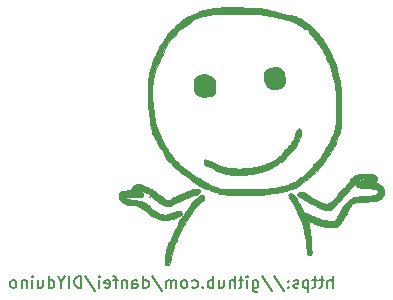
<source format=gbr>
G04 #@! TF.FileFunction,Legend,Bot*
%FSLAX46Y46*%
G04 Gerber Fmt 4.6, Leading zero omitted, Abs format (unit mm)*
G04 Created by KiCad (PCBNEW 4.0.4+dfsg1-stable) date Sun Dec 25 20:03:28 2016*
%MOMM*%
%LPD*%
G01*
G04 APERTURE LIST*
%ADD10C,0.100000*%
%ADD11C,0.150000*%
%ADD12C,0.010000*%
G04 APERTURE END LIST*
D10*
D11*
X170997448Y-120111781D02*
X170997448Y-119111781D01*
X170568876Y-120111781D02*
X170568876Y-119587971D01*
X170616495Y-119492733D01*
X170711733Y-119445114D01*
X170854591Y-119445114D01*
X170949829Y-119492733D01*
X170997448Y-119540352D01*
X170235543Y-119445114D02*
X169854591Y-119445114D01*
X170092686Y-119111781D02*
X170092686Y-119968924D01*
X170045067Y-120064162D01*
X169949829Y-120111781D01*
X169854591Y-120111781D01*
X169664114Y-119445114D02*
X169283162Y-119445114D01*
X169521257Y-119111781D02*
X169521257Y-119968924D01*
X169473638Y-120064162D01*
X169378400Y-120111781D01*
X169283162Y-120111781D01*
X168949828Y-119445114D02*
X168949828Y-120445114D01*
X168949828Y-119492733D02*
X168854590Y-119445114D01*
X168664113Y-119445114D01*
X168568875Y-119492733D01*
X168521256Y-119540352D01*
X168473637Y-119635590D01*
X168473637Y-119921305D01*
X168521256Y-120016543D01*
X168568875Y-120064162D01*
X168664113Y-120111781D01*
X168854590Y-120111781D01*
X168949828Y-120064162D01*
X168092685Y-120064162D02*
X167997447Y-120111781D01*
X167806971Y-120111781D01*
X167711732Y-120064162D01*
X167664113Y-119968924D01*
X167664113Y-119921305D01*
X167711732Y-119826067D01*
X167806971Y-119778448D01*
X167949828Y-119778448D01*
X168045066Y-119730829D01*
X168092685Y-119635590D01*
X168092685Y-119587971D01*
X168045066Y-119492733D01*
X167949828Y-119445114D01*
X167806971Y-119445114D01*
X167711732Y-119492733D01*
X167235542Y-120016543D02*
X167187923Y-120064162D01*
X167235542Y-120111781D01*
X167283161Y-120064162D01*
X167235542Y-120016543D01*
X167235542Y-120111781D01*
X167235542Y-119492733D02*
X167187923Y-119540352D01*
X167235542Y-119587971D01*
X167283161Y-119540352D01*
X167235542Y-119492733D01*
X167235542Y-119587971D01*
X166045066Y-119064162D02*
X166902209Y-120349876D01*
X164997447Y-119064162D02*
X165854590Y-120349876D01*
X164235542Y-119445114D02*
X164235542Y-120254638D01*
X164283161Y-120349876D01*
X164330780Y-120397495D01*
X164426019Y-120445114D01*
X164568876Y-120445114D01*
X164664114Y-120397495D01*
X164235542Y-120064162D02*
X164330780Y-120111781D01*
X164521257Y-120111781D01*
X164616495Y-120064162D01*
X164664114Y-120016543D01*
X164711733Y-119921305D01*
X164711733Y-119635590D01*
X164664114Y-119540352D01*
X164616495Y-119492733D01*
X164521257Y-119445114D01*
X164330780Y-119445114D01*
X164235542Y-119492733D01*
X163759352Y-120111781D02*
X163759352Y-119445114D01*
X163759352Y-119111781D02*
X163806971Y-119159400D01*
X163759352Y-119207019D01*
X163711733Y-119159400D01*
X163759352Y-119111781D01*
X163759352Y-119207019D01*
X163426019Y-119445114D02*
X163045067Y-119445114D01*
X163283162Y-119111781D02*
X163283162Y-119968924D01*
X163235543Y-120064162D01*
X163140305Y-120111781D01*
X163045067Y-120111781D01*
X162711733Y-120111781D02*
X162711733Y-119111781D01*
X162283161Y-120111781D02*
X162283161Y-119587971D01*
X162330780Y-119492733D01*
X162426018Y-119445114D01*
X162568876Y-119445114D01*
X162664114Y-119492733D01*
X162711733Y-119540352D01*
X161378399Y-119445114D02*
X161378399Y-120111781D01*
X161806971Y-119445114D02*
X161806971Y-119968924D01*
X161759352Y-120064162D01*
X161664114Y-120111781D01*
X161521256Y-120111781D01*
X161426018Y-120064162D01*
X161378399Y-120016543D01*
X160902209Y-120111781D02*
X160902209Y-119111781D01*
X160902209Y-119492733D02*
X160806971Y-119445114D01*
X160616494Y-119445114D01*
X160521256Y-119492733D01*
X160473637Y-119540352D01*
X160426018Y-119635590D01*
X160426018Y-119921305D01*
X160473637Y-120016543D01*
X160521256Y-120064162D01*
X160616494Y-120111781D01*
X160806971Y-120111781D01*
X160902209Y-120064162D01*
X159997447Y-120016543D02*
X159949828Y-120064162D01*
X159997447Y-120111781D01*
X160045066Y-120064162D01*
X159997447Y-120016543D01*
X159997447Y-120111781D01*
X159092685Y-120064162D02*
X159187923Y-120111781D01*
X159378400Y-120111781D01*
X159473638Y-120064162D01*
X159521257Y-120016543D01*
X159568876Y-119921305D01*
X159568876Y-119635590D01*
X159521257Y-119540352D01*
X159473638Y-119492733D01*
X159378400Y-119445114D01*
X159187923Y-119445114D01*
X159092685Y-119492733D01*
X158521257Y-120111781D02*
X158616495Y-120064162D01*
X158664114Y-120016543D01*
X158711733Y-119921305D01*
X158711733Y-119635590D01*
X158664114Y-119540352D01*
X158616495Y-119492733D01*
X158521257Y-119445114D01*
X158378399Y-119445114D01*
X158283161Y-119492733D01*
X158235542Y-119540352D01*
X158187923Y-119635590D01*
X158187923Y-119921305D01*
X158235542Y-120016543D01*
X158283161Y-120064162D01*
X158378399Y-120111781D01*
X158521257Y-120111781D01*
X157759352Y-120111781D02*
X157759352Y-119445114D01*
X157759352Y-119540352D02*
X157711733Y-119492733D01*
X157616495Y-119445114D01*
X157473637Y-119445114D01*
X157378399Y-119492733D01*
X157330780Y-119587971D01*
X157330780Y-120111781D01*
X157330780Y-119587971D02*
X157283161Y-119492733D01*
X157187923Y-119445114D01*
X157045066Y-119445114D01*
X156949828Y-119492733D01*
X156902209Y-119587971D01*
X156902209Y-120111781D01*
X155711733Y-119064162D02*
X156568876Y-120349876D01*
X154949828Y-120111781D02*
X154949828Y-119111781D01*
X154949828Y-120064162D02*
X155045066Y-120111781D01*
X155235543Y-120111781D01*
X155330781Y-120064162D01*
X155378400Y-120016543D01*
X155426019Y-119921305D01*
X155426019Y-119635590D01*
X155378400Y-119540352D01*
X155330781Y-119492733D01*
X155235543Y-119445114D01*
X155045066Y-119445114D01*
X154949828Y-119492733D01*
X154045066Y-120111781D02*
X154045066Y-119587971D01*
X154092685Y-119492733D01*
X154187923Y-119445114D01*
X154378400Y-119445114D01*
X154473638Y-119492733D01*
X154045066Y-120064162D02*
X154140304Y-120111781D01*
X154378400Y-120111781D01*
X154473638Y-120064162D01*
X154521257Y-119968924D01*
X154521257Y-119873686D01*
X154473638Y-119778448D01*
X154378400Y-119730829D01*
X154140304Y-119730829D01*
X154045066Y-119683210D01*
X153568876Y-119445114D02*
X153568876Y-120111781D01*
X153568876Y-119540352D02*
X153521257Y-119492733D01*
X153426019Y-119445114D01*
X153283161Y-119445114D01*
X153187923Y-119492733D01*
X153140304Y-119587971D01*
X153140304Y-120111781D01*
X152806971Y-119445114D02*
X152426019Y-119445114D01*
X152664114Y-120111781D02*
X152664114Y-119254638D01*
X152616495Y-119159400D01*
X152521257Y-119111781D01*
X152426019Y-119111781D01*
X151711732Y-120064162D02*
X151806970Y-120111781D01*
X151997447Y-120111781D01*
X152092685Y-120064162D01*
X152140304Y-119968924D01*
X152140304Y-119587971D01*
X152092685Y-119492733D01*
X151997447Y-119445114D01*
X151806970Y-119445114D01*
X151711732Y-119492733D01*
X151664113Y-119587971D01*
X151664113Y-119683210D01*
X152140304Y-119778448D01*
X151235542Y-120111781D02*
X151235542Y-119445114D01*
X151235542Y-119111781D02*
X151283161Y-119159400D01*
X151235542Y-119207019D01*
X151187923Y-119159400D01*
X151235542Y-119111781D01*
X151235542Y-119207019D01*
X150045066Y-119064162D02*
X150902209Y-120349876D01*
X149711733Y-120111781D02*
X149711733Y-119111781D01*
X149473638Y-119111781D01*
X149330780Y-119159400D01*
X149235542Y-119254638D01*
X149187923Y-119349876D01*
X149140304Y-119540352D01*
X149140304Y-119683210D01*
X149187923Y-119873686D01*
X149235542Y-119968924D01*
X149330780Y-120064162D01*
X149473638Y-120111781D01*
X149711733Y-120111781D01*
X148711733Y-120111781D02*
X148711733Y-119111781D01*
X148045067Y-119635590D02*
X148045067Y-120111781D01*
X148378400Y-119111781D02*
X148045067Y-119635590D01*
X147711733Y-119111781D01*
X146949828Y-120111781D02*
X146949828Y-119111781D01*
X146949828Y-120064162D02*
X147045066Y-120111781D01*
X147235543Y-120111781D01*
X147330781Y-120064162D01*
X147378400Y-120016543D01*
X147426019Y-119921305D01*
X147426019Y-119635590D01*
X147378400Y-119540352D01*
X147330781Y-119492733D01*
X147235543Y-119445114D01*
X147045066Y-119445114D01*
X146949828Y-119492733D01*
X146045066Y-119445114D02*
X146045066Y-120111781D01*
X146473638Y-119445114D02*
X146473638Y-119968924D01*
X146426019Y-120064162D01*
X146330781Y-120111781D01*
X146187923Y-120111781D01*
X146092685Y-120064162D01*
X146045066Y-120016543D01*
X145568876Y-120111781D02*
X145568876Y-119445114D01*
X145568876Y-119111781D02*
X145616495Y-119159400D01*
X145568876Y-119207019D01*
X145521257Y-119159400D01*
X145568876Y-119111781D01*
X145568876Y-119207019D01*
X145092686Y-119445114D02*
X145092686Y-120111781D01*
X145092686Y-119540352D02*
X145045067Y-119492733D01*
X144949829Y-119445114D01*
X144806971Y-119445114D01*
X144711733Y-119492733D01*
X144664114Y-119587971D01*
X144664114Y-120111781D01*
X144045067Y-120111781D02*
X144140305Y-120064162D01*
X144187924Y-120016543D01*
X144235543Y-119921305D01*
X144235543Y-119635590D01*
X144187924Y-119540352D01*
X144140305Y-119492733D01*
X144045067Y-119445114D01*
X143902209Y-119445114D01*
X143806971Y-119492733D01*
X143759352Y-119540352D01*
X143711733Y-119635590D01*
X143711733Y-119921305D01*
X143759352Y-120016543D01*
X143806971Y-120064162D01*
X143902209Y-120111781D01*
X144045067Y-120111781D01*
D12*
G36*
X159701536Y-112325861D02*
X159597373Y-112407700D01*
X159443777Y-112546003D01*
X159286124Y-112685776D01*
X159249240Y-112718049D01*
X159114887Y-112852795D01*
X158997896Y-112998342D01*
X158981619Y-113022849D01*
X158899104Y-113153441D01*
X158832714Y-113258660D01*
X158828068Y-113266036D01*
X158730230Y-113414591D01*
X158613597Y-113581762D01*
X158492797Y-113747917D01*
X158382456Y-113893424D01*
X158297199Y-113998651D01*
X158251655Y-114043968D01*
X158248457Y-114043989D01*
X158217227Y-114073501D01*
X158157320Y-114169903D01*
X158081937Y-114307513D01*
X158004276Y-114460652D01*
X157937538Y-114603640D01*
X157894922Y-114710797D01*
X157886400Y-114748369D01*
X157863180Y-114825440D01*
X157803935Y-114954294D01*
X157759945Y-115037385D01*
X157666755Y-115211862D01*
X157567302Y-115408557D01*
X157472665Y-115604145D01*
X157393923Y-115775299D01*
X157342154Y-115898695D01*
X157327600Y-115947693D01*
X157299748Y-116013567D01*
X157236167Y-116109249D01*
X157169887Y-116231129D01*
X157090447Y-116430597D01*
X157005347Y-116685766D01*
X156922089Y-116974748D01*
X156872549Y-117170200D01*
X156843032Y-117340123D01*
X156818988Y-117562398D01*
X156806029Y-117779800D01*
X156801505Y-117973729D01*
X156807373Y-118088393D01*
X156830349Y-118146060D01*
X156877151Y-118168998D01*
X156925549Y-118176068D01*
X157044135Y-118164366D01*
X157109700Y-118125268D01*
X157244486Y-117888967D01*
X157331768Y-117587390D01*
X157348366Y-117477954D01*
X157383233Y-117221600D01*
X157421050Y-117032924D01*
X157469565Y-116878120D01*
X157506249Y-116789200D01*
X157568409Y-116625936D01*
X157610491Y-116484400D01*
X157668274Y-116328827D01*
X157744491Y-116192828D01*
X157808230Y-116065824D01*
X157870156Y-115884898D01*
X157904125Y-115747946D01*
X157966405Y-115525517D01*
X158046648Y-115391231D01*
X158078843Y-115363537D01*
X158163019Y-115280188D01*
X158191200Y-115212982D01*
X158217133Y-115136067D01*
X158287082Y-114994652D01*
X158389273Y-114809151D01*
X158511934Y-114599977D01*
X158643290Y-114387543D01*
X158771569Y-114192261D01*
X158820323Y-114122200D01*
X158941693Y-113938389D01*
X159059247Y-113740025D01*
X159099450Y-113665000D01*
X159198013Y-113515526D01*
X159353436Y-113327864D01*
X159542479Y-113126320D01*
X159741896Y-112935201D01*
X159928445Y-112778814D01*
X159988226Y-112735528D01*
X160099773Y-112610193D01*
X160121600Y-112504388D01*
X160088414Y-112344345D01*
X159998096Y-112259538D01*
X159864515Y-112252524D01*
X159701536Y-112325861D01*
X159701536Y-112325861D01*
G37*
X159701536Y-112325861D02*
X159597373Y-112407700D01*
X159443777Y-112546003D01*
X159286124Y-112685776D01*
X159249240Y-112718049D01*
X159114887Y-112852795D01*
X158997896Y-112998342D01*
X158981619Y-113022849D01*
X158899104Y-113153441D01*
X158832714Y-113258660D01*
X158828068Y-113266036D01*
X158730230Y-113414591D01*
X158613597Y-113581762D01*
X158492797Y-113747917D01*
X158382456Y-113893424D01*
X158297199Y-113998651D01*
X158251655Y-114043968D01*
X158248457Y-114043989D01*
X158217227Y-114073501D01*
X158157320Y-114169903D01*
X158081937Y-114307513D01*
X158004276Y-114460652D01*
X157937538Y-114603640D01*
X157894922Y-114710797D01*
X157886400Y-114748369D01*
X157863180Y-114825440D01*
X157803935Y-114954294D01*
X157759945Y-115037385D01*
X157666755Y-115211862D01*
X157567302Y-115408557D01*
X157472665Y-115604145D01*
X157393923Y-115775299D01*
X157342154Y-115898695D01*
X157327600Y-115947693D01*
X157299748Y-116013567D01*
X157236167Y-116109249D01*
X157169887Y-116231129D01*
X157090447Y-116430597D01*
X157005347Y-116685766D01*
X156922089Y-116974748D01*
X156872549Y-117170200D01*
X156843032Y-117340123D01*
X156818988Y-117562398D01*
X156806029Y-117779800D01*
X156801505Y-117973729D01*
X156807373Y-118088393D01*
X156830349Y-118146060D01*
X156877151Y-118168998D01*
X156925549Y-118176068D01*
X157044135Y-118164366D01*
X157109700Y-118125268D01*
X157244486Y-117888967D01*
X157331768Y-117587390D01*
X157348366Y-117477954D01*
X157383233Y-117221600D01*
X157421050Y-117032924D01*
X157469565Y-116878120D01*
X157506249Y-116789200D01*
X157568409Y-116625936D01*
X157610491Y-116484400D01*
X157668274Y-116328827D01*
X157744491Y-116192828D01*
X157808230Y-116065824D01*
X157870156Y-115884898D01*
X157904125Y-115747946D01*
X157966405Y-115525517D01*
X158046648Y-115391231D01*
X158078843Y-115363537D01*
X158163019Y-115280188D01*
X158191200Y-115212982D01*
X158217133Y-115136067D01*
X158287082Y-114994652D01*
X158389273Y-114809151D01*
X158511934Y-114599977D01*
X158643290Y-114387543D01*
X158771569Y-114192261D01*
X158820323Y-114122200D01*
X158941693Y-113938389D01*
X159059247Y-113740025D01*
X159099450Y-113665000D01*
X159198013Y-113515526D01*
X159353436Y-113327864D01*
X159542479Y-113126320D01*
X159741896Y-112935201D01*
X159928445Y-112778814D01*
X159988226Y-112735528D01*
X160099773Y-112610193D01*
X160121600Y-112504388D01*
X160088414Y-112344345D01*
X159998096Y-112259538D01*
X159864515Y-112252524D01*
X159701536Y-112325861D01*
G36*
X173251020Y-110463399D02*
X172997907Y-110533424D01*
X172816638Y-110632571D01*
X172784401Y-110662068D01*
X172664061Y-110762640D01*
X172580300Y-110815098D01*
X172492748Y-110892237D01*
X172466000Y-110962559D01*
X172434491Y-111036649D01*
X172353471Y-111159193D01*
X172243198Y-111304793D01*
X172123934Y-111448048D01*
X172015940Y-111563558D01*
X171939473Y-111625925D01*
X171935322Y-111627859D01*
X171836059Y-111697818D01*
X171705594Y-111825334D01*
X171567788Y-111982580D01*
X171446499Y-112141725D01*
X171365585Y-112274941D01*
X171351806Y-112308481D01*
X171268685Y-112467414D01*
X171149653Y-112602141D01*
X171139666Y-112610072D01*
X170997323Y-112721349D01*
X170842525Y-112845738D01*
X170819126Y-112864900D01*
X170684890Y-112952803D01*
X170558441Y-113000783D01*
X170528894Y-113003835D01*
X170375217Y-112977586D01*
X170162896Y-112908451D01*
X169918651Y-112808641D01*
X169669199Y-112690369D01*
X169441259Y-112565849D01*
X169261550Y-112447293D01*
X169201174Y-112396944D01*
X169089653Y-112302951D01*
X169003157Y-112248373D01*
X168983079Y-112242835D01*
X168909929Y-112210850D01*
X168819430Y-112140372D01*
X168694936Y-112067673D01*
X168522999Y-112018647D01*
X168337515Y-111996825D01*
X168172375Y-112005737D01*
X168061476Y-112048914D01*
X168050182Y-112060243D01*
X168006390Y-112177560D01*
X168061222Y-112301353D01*
X168212107Y-112429033D01*
X168456475Y-112558010D01*
X168605200Y-112619228D01*
X168689067Y-112660307D01*
X168825068Y-112735444D01*
X168935400Y-112799746D01*
X169109946Y-112900071D01*
X169278217Y-112990992D01*
X169355672Y-113029788D01*
X169496008Y-113109020D01*
X169607614Y-113192773D01*
X169611239Y-113196271D01*
X169827400Y-113344437D01*
X170121654Y-113447440D01*
X170478628Y-113499949D01*
X170488761Y-113500602D01*
X170873721Y-113524642D01*
X171136461Y-113257725D01*
X171264605Y-113119121D01*
X171358142Y-113001892D01*
X171398751Y-112929244D01*
X171399200Y-112924927D01*
X171441339Y-112857719D01*
X171498278Y-112827600D01*
X171588770Y-112765396D01*
X171685474Y-112652084D01*
X171702587Y-112625886D01*
X171807031Y-112485620D01*
X171945383Y-112334015D01*
X171999835Y-112282142D01*
X172131658Y-112150183D01*
X172287973Y-111975347D01*
X172425515Y-111807333D01*
X172624194Y-111558239D01*
X172771630Y-111390060D01*
X172871861Y-111298465D01*
X172919672Y-111277400D01*
X172963030Y-111320394D01*
X172994493Y-111402933D01*
X173054718Y-111520006D01*
X173120524Y-111579055D01*
X173204592Y-111599733D01*
X173368295Y-111620768D01*
X173589698Y-111639962D01*
X173846869Y-111655123D01*
X173906651Y-111657722D01*
X174171229Y-111671287D01*
X174407299Y-111688598D01*
X174592082Y-111707618D01*
X174702801Y-111726310D01*
X174714380Y-111729953D01*
X174812540Y-111812937D01*
X174837017Y-111942676D01*
X174785235Y-112093357D01*
X174755092Y-112137936D01*
X174713942Y-112185504D01*
X174662923Y-112220360D01*
X174585192Y-112245724D01*
X174463903Y-112264817D01*
X174282210Y-112280858D01*
X174023269Y-112297068D01*
X173880913Y-112305063D01*
X173586159Y-112325223D01*
X173305809Y-112351296D01*
X173065593Y-112380410D01*
X172891238Y-112409694D01*
X172847000Y-112420440D01*
X172526547Y-112562701D01*
X172225996Y-112797959D01*
X171953621Y-113118278D01*
X171729487Y-113492190D01*
X171631636Y-113678674D01*
X171544776Y-113831926D01*
X171482903Y-113927704D01*
X171468392Y-113944400D01*
X171416075Y-114023545D01*
X171360467Y-114154570D01*
X171350059Y-114185722D01*
X171302654Y-114299079D01*
X171233496Y-114372107D01*
X171123182Y-114411432D01*
X170952308Y-114423678D01*
X170701471Y-114415468D01*
X170680524Y-114414305D01*
X170399884Y-114381943D01*
X170100534Y-114312216D01*
X169762156Y-114199072D01*
X169364434Y-114036461D01*
X169265600Y-113992843D01*
X169067921Y-113908058D01*
X168889387Y-113837463D01*
X168763124Y-113794031D01*
X168746776Y-113789677D01*
X168630860Y-113719733D01*
X168508830Y-113579773D01*
X168400669Y-113397971D01*
X168326359Y-113202501D01*
X168324098Y-113193703D01*
X168264028Y-113057527D01*
X168178440Y-112938638D01*
X168089991Y-112814377D01*
X168003929Y-112649399D01*
X167980824Y-112593714D01*
X167870514Y-112373794D01*
X167736687Y-112210348D01*
X167593641Y-112111664D01*
X167455672Y-112086032D01*
X167337079Y-112141743D01*
X167293922Y-112195431D01*
X167261419Y-112271095D01*
X167272029Y-112354131D01*
X167332385Y-112477667D01*
X167360064Y-112525667D01*
X167456429Y-112676108D01*
X167550284Y-112800782D01*
X167586048Y-112839535D01*
X167667537Y-112938315D01*
X167762556Y-113083519D01*
X167852703Y-113242717D01*
X167919577Y-113383481D01*
X167944800Y-113471752D01*
X167965345Y-113542159D01*
X168019476Y-113678468D01*
X168095945Y-113855411D01*
X168183500Y-114047721D01*
X168270891Y-114230130D01*
X168346866Y-114377368D01*
X168352859Y-114388210D01*
X168395042Y-114502281D01*
X168402000Y-114554913D01*
X168417538Y-114642006D01*
X168458002Y-114790525D01*
X168506947Y-114944933D01*
X168554995Y-115123704D01*
X168607459Y-115378276D01*
X168660605Y-115683176D01*
X168710701Y-116012934D01*
X168754011Y-116342076D01*
X168786804Y-116645132D01*
X168805345Y-116896629D01*
X168808116Y-116999664D01*
X168818721Y-117173213D01*
X168853623Y-117266327D01*
X168888755Y-117291764D01*
X169022989Y-117320306D01*
X169141380Y-117310194D01*
X169180934Y-117288733D01*
X169206721Y-117207707D01*
X169217889Y-117042948D01*
X169216067Y-116811018D01*
X169202886Y-116528475D01*
X169179974Y-116211880D01*
X169148962Y-115877792D01*
X169111479Y-115542773D01*
X169069156Y-115223380D01*
X169023621Y-114936176D01*
X168976505Y-114697719D01*
X168929436Y-114524570D01*
X168902566Y-114460153D01*
X168873404Y-114372915D01*
X168880161Y-114338306D01*
X168930598Y-114350683D01*
X169033774Y-114403810D01*
X169159680Y-114479482D01*
X169278307Y-114559498D01*
X169359647Y-114625653D01*
X169367200Y-114633741D01*
X169429671Y-114663378D01*
X169568847Y-114709648D01*
X169762464Y-114766218D01*
X169988256Y-114826759D01*
X170223958Y-114884939D01*
X170357800Y-114915407D01*
X170625720Y-114961341D01*
X170881880Y-114982494D01*
X171103918Y-114979072D01*
X171269477Y-114951282D01*
X171351180Y-114906250D01*
X171444905Y-114824259D01*
X171554648Y-114755623D01*
X171665825Y-114661679D01*
X171724862Y-114553995D01*
X171770873Y-114448724D01*
X171860711Y-114295884D01*
X171975342Y-114127726D01*
X171980811Y-114120271D01*
X172096800Y-113948332D01*
X172188629Y-113785840D01*
X172236892Y-113667232D01*
X172237434Y-113664849D01*
X172271515Y-113558352D01*
X172307352Y-113512631D01*
X172308118Y-113512600D01*
X172347187Y-113470003D01*
X172408658Y-113360205D01*
X172457607Y-113255537D01*
X172521506Y-113126727D01*
X172595770Y-113027601D01*
X172694482Y-112953438D01*
X172831728Y-112899516D01*
X173021591Y-112861114D01*
X173278157Y-112833510D01*
X173615510Y-112811984D01*
X173809181Y-112802474D01*
X174188803Y-112781235D01*
X174483493Y-112754269D01*
X174709908Y-112717082D01*
X174884709Y-112665178D01*
X175024556Y-112594064D01*
X175146106Y-112499245D01*
X175225433Y-112420400D01*
X175301614Y-112331105D01*
X175342625Y-112245975D01*
X175356786Y-112131654D01*
X175352415Y-111954786D01*
X175350564Y-111918670D01*
X175336084Y-111726661D01*
X175310408Y-111605172D01*
X175262606Y-111523122D01*
X175187041Y-111453633D01*
X175049861Y-111365610D01*
X174915796Y-111310465D01*
X174909665Y-111309041D01*
X174747962Y-111259681D01*
X174677094Y-111195632D01*
X174686330Y-111104897D01*
X174700606Y-111075311D01*
X174736041Y-110933898D01*
X174733333Y-110879061D01*
X173870889Y-110879061D01*
X173860085Y-110900011D01*
X173761400Y-110928281D01*
X173519196Y-110990154D01*
X173360015Y-111027974D01*
X173268361Y-111042525D01*
X173228739Y-111034590D01*
X173225653Y-111004953D01*
X173243588Y-110954453D01*
X173311543Y-110897856D01*
X173443583Y-110855136D01*
X173602425Y-110833285D01*
X173750785Y-110839299D01*
X173797358Y-110850576D01*
X173870889Y-110879061D01*
X174733333Y-110879061D01*
X174728892Y-110789147D01*
X174674352Y-110659475D01*
X174558839Y-110562436D01*
X174371478Y-110493380D01*
X174101394Y-110447655D01*
X173886713Y-110428921D01*
X173554461Y-110427048D01*
X173251020Y-110463399D01*
X173251020Y-110463399D01*
G37*
X173251020Y-110463399D02*
X172997907Y-110533424D01*
X172816638Y-110632571D01*
X172784401Y-110662068D01*
X172664061Y-110762640D01*
X172580300Y-110815098D01*
X172492748Y-110892237D01*
X172466000Y-110962559D01*
X172434491Y-111036649D01*
X172353471Y-111159193D01*
X172243198Y-111304793D01*
X172123934Y-111448048D01*
X172015940Y-111563558D01*
X171939473Y-111625925D01*
X171935322Y-111627859D01*
X171836059Y-111697818D01*
X171705594Y-111825334D01*
X171567788Y-111982580D01*
X171446499Y-112141725D01*
X171365585Y-112274941D01*
X171351806Y-112308481D01*
X171268685Y-112467414D01*
X171149653Y-112602141D01*
X171139666Y-112610072D01*
X170997323Y-112721349D01*
X170842525Y-112845738D01*
X170819126Y-112864900D01*
X170684890Y-112952803D01*
X170558441Y-113000783D01*
X170528894Y-113003835D01*
X170375217Y-112977586D01*
X170162896Y-112908451D01*
X169918651Y-112808641D01*
X169669199Y-112690369D01*
X169441259Y-112565849D01*
X169261550Y-112447293D01*
X169201174Y-112396944D01*
X169089653Y-112302951D01*
X169003157Y-112248373D01*
X168983079Y-112242835D01*
X168909929Y-112210850D01*
X168819430Y-112140372D01*
X168694936Y-112067673D01*
X168522999Y-112018647D01*
X168337515Y-111996825D01*
X168172375Y-112005737D01*
X168061476Y-112048914D01*
X168050182Y-112060243D01*
X168006390Y-112177560D01*
X168061222Y-112301353D01*
X168212107Y-112429033D01*
X168456475Y-112558010D01*
X168605200Y-112619228D01*
X168689067Y-112660307D01*
X168825068Y-112735444D01*
X168935400Y-112799746D01*
X169109946Y-112900071D01*
X169278217Y-112990992D01*
X169355672Y-113029788D01*
X169496008Y-113109020D01*
X169607614Y-113192773D01*
X169611239Y-113196271D01*
X169827400Y-113344437D01*
X170121654Y-113447440D01*
X170478628Y-113499949D01*
X170488761Y-113500602D01*
X170873721Y-113524642D01*
X171136461Y-113257725D01*
X171264605Y-113119121D01*
X171358142Y-113001892D01*
X171398751Y-112929244D01*
X171399200Y-112924927D01*
X171441339Y-112857719D01*
X171498278Y-112827600D01*
X171588770Y-112765396D01*
X171685474Y-112652084D01*
X171702587Y-112625886D01*
X171807031Y-112485620D01*
X171945383Y-112334015D01*
X171999835Y-112282142D01*
X172131658Y-112150183D01*
X172287973Y-111975347D01*
X172425515Y-111807333D01*
X172624194Y-111558239D01*
X172771630Y-111390060D01*
X172871861Y-111298465D01*
X172919672Y-111277400D01*
X172963030Y-111320394D01*
X172994493Y-111402933D01*
X173054718Y-111520006D01*
X173120524Y-111579055D01*
X173204592Y-111599733D01*
X173368295Y-111620768D01*
X173589698Y-111639962D01*
X173846869Y-111655123D01*
X173906651Y-111657722D01*
X174171229Y-111671287D01*
X174407299Y-111688598D01*
X174592082Y-111707618D01*
X174702801Y-111726310D01*
X174714380Y-111729953D01*
X174812540Y-111812937D01*
X174837017Y-111942676D01*
X174785235Y-112093357D01*
X174755092Y-112137936D01*
X174713942Y-112185504D01*
X174662923Y-112220360D01*
X174585192Y-112245724D01*
X174463903Y-112264817D01*
X174282210Y-112280858D01*
X174023269Y-112297068D01*
X173880913Y-112305063D01*
X173586159Y-112325223D01*
X173305809Y-112351296D01*
X173065593Y-112380410D01*
X172891238Y-112409694D01*
X172847000Y-112420440D01*
X172526547Y-112562701D01*
X172225996Y-112797959D01*
X171953621Y-113118278D01*
X171729487Y-113492190D01*
X171631636Y-113678674D01*
X171544776Y-113831926D01*
X171482903Y-113927704D01*
X171468392Y-113944400D01*
X171416075Y-114023545D01*
X171360467Y-114154570D01*
X171350059Y-114185722D01*
X171302654Y-114299079D01*
X171233496Y-114372107D01*
X171123182Y-114411432D01*
X170952308Y-114423678D01*
X170701471Y-114415468D01*
X170680524Y-114414305D01*
X170399884Y-114381943D01*
X170100534Y-114312216D01*
X169762156Y-114199072D01*
X169364434Y-114036461D01*
X169265600Y-113992843D01*
X169067921Y-113908058D01*
X168889387Y-113837463D01*
X168763124Y-113794031D01*
X168746776Y-113789677D01*
X168630860Y-113719733D01*
X168508830Y-113579773D01*
X168400669Y-113397971D01*
X168326359Y-113202501D01*
X168324098Y-113193703D01*
X168264028Y-113057527D01*
X168178440Y-112938638D01*
X168089991Y-112814377D01*
X168003929Y-112649399D01*
X167980824Y-112593714D01*
X167870514Y-112373794D01*
X167736687Y-112210348D01*
X167593641Y-112111664D01*
X167455672Y-112086032D01*
X167337079Y-112141743D01*
X167293922Y-112195431D01*
X167261419Y-112271095D01*
X167272029Y-112354131D01*
X167332385Y-112477667D01*
X167360064Y-112525667D01*
X167456429Y-112676108D01*
X167550284Y-112800782D01*
X167586048Y-112839535D01*
X167667537Y-112938315D01*
X167762556Y-113083519D01*
X167852703Y-113242717D01*
X167919577Y-113383481D01*
X167944800Y-113471752D01*
X167965345Y-113542159D01*
X168019476Y-113678468D01*
X168095945Y-113855411D01*
X168183500Y-114047721D01*
X168270891Y-114230130D01*
X168346866Y-114377368D01*
X168352859Y-114388210D01*
X168395042Y-114502281D01*
X168402000Y-114554913D01*
X168417538Y-114642006D01*
X168458002Y-114790525D01*
X168506947Y-114944933D01*
X168554995Y-115123704D01*
X168607459Y-115378276D01*
X168660605Y-115683176D01*
X168710701Y-116012934D01*
X168754011Y-116342076D01*
X168786804Y-116645132D01*
X168805345Y-116896629D01*
X168808116Y-116999664D01*
X168818721Y-117173213D01*
X168853623Y-117266327D01*
X168888755Y-117291764D01*
X169022989Y-117320306D01*
X169141380Y-117310194D01*
X169180934Y-117288733D01*
X169206721Y-117207707D01*
X169217889Y-117042948D01*
X169216067Y-116811018D01*
X169202886Y-116528475D01*
X169179974Y-116211880D01*
X169148962Y-115877792D01*
X169111479Y-115542773D01*
X169069156Y-115223380D01*
X169023621Y-114936176D01*
X168976505Y-114697719D01*
X168929436Y-114524570D01*
X168902566Y-114460153D01*
X168873404Y-114372915D01*
X168880161Y-114338306D01*
X168930598Y-114350683D01*
X169033774Y-114403810D01*
X169159680Y-114479482D01*
X169278307Y-114559498D01*
X169359647Y-114625653D01*
X169367200Y-114633741D01*
X169429671Y-114663378D01*
X169568847Y-114709648D01*
X169762464Y-114766218D01*
X169988256Y-114826759D01*
X170223958Y-114884939D01*
X170357800Y-114915407D01*
X170625720Y-114961341D01*
X170881880Y-114982494D01*
X171103918Y-114979072D01*
X171269477Y-114951282D01*
X171351180Y-114906250D01*
X171444905Y-114824259D01*
X171554648Y-114755623D01*
X171665825Y-114661679D01*
X171724862Y-114553995D01*
X171770873Y-114448724D01*
X171860711Y-114295884D01*
X171975342Y-114127726D01*
X171980811Y-114120271D01*
X172096800Y-113948332D01*
X172188629Y-113785840D01*
X172236892Y-113667232D01*
X172237434Y-113664849D01*
X172271515Y-113558352D01*
X172307352Y-113512631D01*
X172308118Y-113512600D01*
X172347187Y-113470003D01*
X172408658Y-113360205D01*
X172457607Y-113255537D01*
X172521506Y-113126727D01*
X172595770Y-113027601D01*
X172694482Y-112953438D01*
X172831728Y-112899516D01*
X173021591Y-112861114D01*
X173278157Y-112833510D01*
X173615510Y-112811984D01*
X173809181Y-112802474D01*
X174188803Y-112781235D01*
X174483493Y-112754269D01*
X174709908Y-112717082D01*
X174884709Y-112665178D01*
X175024556Y-112594064D01*
X175146106Y-112499245D01*
X175225433Y-112420400D01*
X175301614Y-112331105D01*
X175342625Y-112245975D01*
X175356786Y-112131654D01*
X175352415Y-111954786D01*
X175350564Y-111918670D01*
X175336084Y-111726661D01*
X175310408Y-111605172D01*
X175262606Y-111523122D01*
X175187041Y-111453633D01*
X175049861Y-111365610D01*
X174915796Y-111310465D01*
X174909665Y-111309041D01*
X174747962Y-111259681D01*
X174677094Y-111195632D01*
X174686330Y-111104897D01*
X174700606Y-111075311D01*
X174736041Y-110933898D01*
X174733333Y-110879061D01*
X173870889Y-110879061D01*
X173860085Y-110900011D01*
X173761400Y-110928281D01*
X173519196Y-110990154D01*
X173360015Y-111027974D01*
X173268361Y-111042525D01*
X173228739Y-111034590D01*
X173225653Y-111004953D01*
X173243588Y-110954453D01*
X173311543Y-110897856D01*
X173443583Y-110855136D01*
X173602425Y-110833285D01*
X173750785Y-110839299D01*
X173797358Y-110850576D01*
X173870889Y-110879061D01*
X174733333Y-110879061D01*
X174728892Y-110789147D01*
X174674352Y-110659475D01*
X174558839Y-110562436D01*
X174371478Y-110493380D01*
X174101394Y-110447655D01*
X173886713Y-110428921D01*
X173554461Y-110427048D01*
X173251020Y-110463399D01*
G36*
X154351213Y-111321414D02*
X154243196Y-111358541D01*
X154143931Y-111445810D01*
X154119584Y-111472562D01*
X154028484Y-111597122D01*
X153978236Y-111709746D01*
X153974800Y-111735401D01*
X153959992Y-111797417D01*
X153898737Y-111828277D01*
X153765792Y-111838865D01*
X153733500Y-111839442D01*
X153418486Y-111855321D01*
X153189781Y-111897544D01*
X153034051Y-111972610D01*
X152937964Y-112087019D01*
X152888185Y-112247271D01*
X152887429Y-112251860D01*
X152884948Y-112477912D01*
X152965920Y-112653955D01*
X153138272Y-112795895D01*
X153166620Y-112812023D01*
X153335263Y-112904514D01*
X153497312Y-112993201D01*
X153536967Y-113014859D01*
X153702478Y-113071810D01*
X153944358Y-113099862D01*
X154090888Y-113103759D01*
X154354369Y-113117352D01*
X154550056Y-113161316D01*
X154709791Y-113246134D01*
X154829329Y-113346841D01*
X154904290Y-113401710D01*
X154932770Y-113411000D01*
X154986785Y-113442712D01*
X155090191Y-113525050D01*
X155195841Y-113617904D01*
X155371467Y-113757310D01*
X155584550Y-113898037D01*
X155727400Y-113977713D01*
X155917952Y-114074569D01*
X156100345Y-114169345D01*
X156210000Y-114227930D01*
X156369094Y-114281162D01*
X156594148Y-114314733D01*
X156851323Y-114328001D01*
X157106776Y-114320327D01*
X157326664Y-114291068D01*
X157454600Y-114251513D01*
X157622892Y-114175062D01*
X157818003Y-114090108D01*
X158002510Y-114012612D01*
X158138994Y-113958534D01*
X158155978Y-113952376D01*
X158220304Y-113899116D01*
X158232150Y-113786704D01*
X158229127Y-113754390D01*
X158200648Y-113635759D01*
X158131609Y-113584111D01*
X158065601Y-113571929D01*
X157918682Y-113577212D01*
X157814653Y-113606747D01*
X157399765Y-113784601D01*
X157042981Y-113884889D01*
X156934929Y-113901522D01*
X156805461Y-113913063D01*
X156697029Y-113907810D01*
X156583651Y-113878360D01*
X156439345Y-113817310D01*
X156238128Y-113717255D01*
X156175719Y-113685192D01*
X155970714Y-113572903D01*
X155797923Y-113465827D01*
X155679122Y-113378184D01*
X155639082Y-113334800D01*
X155557730Y-113221583D01*
X155504020Y-113169848D01*
X155294851Y-113008746D01*
X155149083Y-112901525D01*
X155051246Y-112838021D01*
X154985869Y-112808071D01*
X154943175Y-112801400D01*
X154840656Y-112776042D01*
X154810460Y-112755854D01*
X154741381Y-112733740D01*
X154595831Y-112712006D01*
X154398901Y-112693918D01*
X154279600Y-112686794D01*
X153991264Y-112660587D01*
X153752140Y-112614950D01*
X153577043Y-112554333D01*
X153480786Y-112483187D01*
X153466800Y-112442595D01*
X153515062Y-112426128D01*
X153650195Y-112417166D01*
X153857718Y-112416100D01*
X154123150Y-112423323D01*
X154145650Y-112424237D01*
X154427189Y-112434347D01*
X154625053Y-112436463D01*
X154756941Y-112429310D01*
X154840555Y-112411610D01*
X154893598Y-112382087D01*
X154907650Y-112369293D01*
X154981793Y-112252491D01*
X154964731Y-112133632D01*
X154853490Y-112003776D01*
X154762285Y-111932405D01*
X154640718Y-111839856D01*
X154565601Y-111772367D01*
X154552514Y-111749553D01*
X154603271Y-111761840D01*
X154721251Y-111811172D01*
X154883521Y-111887752D01*
X154929313Y-111910504D01*
X155107948Y-111995851D01*
X155256965Y-112059244D01*
X155349002Y-112089222D01*
X155358356Y-112090200D01*
X155426091Y-112126179D01*
X155533843Y-112220243D01*
X155651200Y-112344200D01*
X155769016Y-112473268D01*
X155862180Y-112564708D01*
X155909428Y-112598200D01*
X155967684Y-112624025D01*
X156088128Y-112692324D01*
X156248339Y-112789328D01*
X156425892Y-112901268D01*
X156598363Y-113014376D01*
X156695367Y-113080771D01*
X156848151Y-113146047D01*
X157038570Y-113172572D01*
X157227336Y-113160264D01*
X157375159Y-113109040D01*
X157409578Y-113082279D01*
X157487049Y-113024585D01*
X157627655Y-112946693D01*
X157841717Y-112843354D01*
X158139555Y-112709322D01*
X158165800Y-112697779D01*
X158258586Y-112659896D01*
X158417508Y-112597740D01*
X158613536Y-112522619D01*
X158685560Y-112495348D01*
X158876639Y-112419330D01*
X159029210Y-112351315D01*
X159119543Y-112302190D01*
X159133059Y-112290070D01*
X159199372Y-112257425D01*
X159320480Y-112242672D01*
X159329781Y-112242600D01*
X159504013Y-112203977D01*
X159649644Y-112104167D01*
X159740604Y-111967258D01*
X159756613Y-111848256D01*
X159729930Y-111751732D01*
X159658222Y-111708141D01*
X159562800Y-111695104D01*
X159405707Y-111701129D01*
X159213821Y-111732636D01*
X159131000Y-111753329D01*
X158984167Y-111800728D01*
X158794464Y-111869612D01*
X158585720Y-111950340D01*
X158381763Y-112033268D01*
X158206423Y-112108754D01*
X158083526Y-112167156D01*
X158038800Y-112195299D01*
X157982862Y-112229547D01*
X157860452Y-112291703D01*
X157697931Y-112368392D01*
X157695900Y-112369320D01*
X157537490Y-112446253D01*
X157423703Y-112510152D01*
X157378450Y-112547548D01*
X157378400Y-112548166D01*
X157334618Y-112596626D01*
X157228294Y-112647836D01*
X157096960Y-112687009D01*
X156993458Y-112699800D01*
X156859464Y-112653467D01*
X156711186Y-112522000D01*
X156608408Y-112416087D01*
X156527771Y-112352453D01*
X156505679Y-112344200D01*
X156442560Y-112314414D01*
X156326218Y-112237310D01*
X156180932Y-112131267D01*
X156030981Y-112014663D01*
X155900643Y-111905878D01*
X155814198Y-111823290D01*
X155807907Y-111815988D01*
X155721817Y-111755076D01*
X155577332Y-111690112D01*
X155486586Y-111659478D01*
X155279894Y-111584962D01*
X155064647Y-111488083D01*
X154998032Y-111452964D01*
X154695277Y-111337446D01*
X154513942Y-111316207D01*
X154351213Y-111321414D01*
X154351213Y-111321414D01*
G37*
X154351213Y-111321414D02*
X154243196Y-111358541D01*
X154143931Y-111445810D01*
X154119584Y-111472562D01*
X154028484Y-111597122D01*
X153978236Y-111709746D01*
X153974800Y-111735401D01*
X153959992Y-111797417D01*
X153898737Y-111828277D01*
X153765792Y-111838865D01*
X153733500Y-111839442D01*
X153418486Y-111855321D01*
X153189781Y-111897544D01*
X153034051Y-111972610D01*
X152937964Y-112087019D01*
X152888185Y-112247271D01*
X152887429Y-112251860D01*
X152884948Y-112477912D01*
X152965920Y-112653955D01*
X153138272Y-112795895D01*
X153166620Y-112812023D01*
X153335263Y-112904514D01*
X153497312Y-112993201D01*
X153536967Y-113014859D01*
X153702478Y-113071810D01*
X153944358Y-113099862D01*
X154090888Y-113103759D01*
X154354369Y-113117352D01*
X154550056Y-113161316D01*
X154709791Y-113246134D01*
X154829329Y-113346841D01*
X154904290Y-113401710D01*
X154932770Y-113411000D01*
X154986785Y-113442712D01*
X155090191Y-113525050D01*
X155195841Y-113617904D01*
X155371467Y-113757310D01*
X155584550Y-113898037D01*
X155727400Y-113977713D01*
X155917952Y-114074569D01*
X156100345Y-114169345D01*
X156210000Y-114227930D01*
X156369094Y-114281162D01*
X156594148Y-114314733D01*
X156851323Y-114328001D01*
X157106776Y-114320327D01*
X157326664Y-114291068D01*
X157454600Y-114251513D01*
X157622892Y-114175062D01*
X157818003Y-114090108D01*
X158002510Y-114012612D01*
X158138994Y-113958534D01*
X158155978Y-113952376D01*
X158220304Y-113899116D01*
X158232150Y-113786704D01*
X158229127Y-113754390D01*
X158200648Y-113635759D01*
X158131609Y-113584111D01*
X158065601Y-113571929D01*
X157918682Y-113577212D01*
X157814653Y-113606747D01*
X157399765Y-113784601D01*
X157042981Y-113884889D01*
X156934929Y-113901522D01*
X156805461Y-113913063D01*
X156697029Y-113907810D01*
X156583651Y-113878360D01*
X156439345Y-113817310D01*
X156238128Y-113717255D01*
X156175719Y-113685192D01*
X155970714Y-113572903D01*
X155797923Y-113465827D01*
X155679122Y-113378184D01*
X155639082Y-113334800D01*
X155557730Y-113221583D01*
X155504020Y-113169848D01*
X155294851Y-113008746D01*
X155149083Y-112901525D01*
X155051246Y-112838021D01*
X154985869Y-112808071D01*
X154943175Y-112801400D01*
X154840656Y-112776042D01*
X154810460Y-112755854D01*
X154741381Y-112733740D01*
X154595831Y-112712006D01*
X154398901Y-112693918D01*
X154279600Y-112686794D01*
X153991264Y-112660587D01*
X153752140Y-112614950D01*
X153577043Y-112554333D01*
X153480786Y-112483187D01*
X153466800Y-112442595D01*
X153515062Y-112426128D01*
X153650195Y-112417166D01*
X153857718Y-112416100D01*
X154123150Y-112423323D01*
X154145650Y-112424237D01*
X154427189Y-112434347D01*
X154625053Y-112436463D01*
X154756941Y-112429310D01*
X154840555Y-112411610D01*
X154893598Y-112382087D01*
X154907650Y-112369293D01*
X154981793Y-112252491D01*
X154964731Y-112133632D01*
X154853490Y-112003776D01*
X154762285Y-111932405D01*
X154640718Y-111839856D01*
X154565601Y-111772367D01*
X154552514Y-111749553D01*
X154603271Y-111761840D01*
X154721251Y-111811172D01*
X154883521Y-111887752D01*
X154929313Y-111910504D01*
X155107948Y-111995851D01*
X155256965Y-112059244D01*
X155349002Y-112089222D01*
X155358356Y-112090200D01*
X155426091Y-112126179D01*
X155533843Y-112220243D01*
X155651200Y-112344200D01*
X155769016Y-112473268D01*
X155862180Y-112564708D01*
X155909428Y-112598200D01*
X155967684Y-112624025D01*
X156088128Y-112692324D01*
X156248339Y-112789328D01*
X156425892Y-112901268D01*
X156598363Y-113014376D01*
X156695367Y-113080771D01*
X156848151Y-113146047D01*
X157038570Y-113172572D01*
X157227336Y-113160264D01*
X157375159Y-113109040D01*
X157409578Y-113082279D01*
X157487049Y-113024585D01*
X157627655Y-112946693D01*
X157841717Y-112843354D01*
X158139555Y-112709322D01*
X158165800Y-112697779D01*
X158258586Y-112659896D01*
X158417508Y-112597740D01*
X158613536Y-112522619D01*
X158685560Y-112495348D01*
X158876639Y-112419330D01*
X159029210Y-112351315D01*
X159119543Y-112302190D01*
X159133059Y-112290070D01*
X159199372Y-112257425D01*
X159320480Y-112242672D01*
X159329781Y-112242600D01*
X159504013Y-112203977D01*
X159649644Y-112104167D01*
X159740604Y-111967258D01*
X159756613Y-111848256D01*
X159729930Y-111751732D01*
X159658222Y-111708141D01*
X159562800Y-111695104D01*
X159405707Y-111701129D01*
X159213821Y-111732636D01*
X159131000Y-111753329D01*
X158984167Y-111800728D01*
X158794464Y-111869612D01*
X158585720Y-111950340D01*
X158381763Y-112033268D01*
X158206423Y-112108754D01*
X158083526Y-112167156D01*
X158038800Y-112195299D01*
X157982862Y-112229547D01*
X157860452Y-112291703D01*
X157697931Y-112368392D01*
X157695900Y-112369320D01*
X157537490Y-112446253D01*
X157423703Y-112510152D01*
X157378450Y-112547548D01*
X157378400Y-112548166D01*
X157334618Y-112596626D01*
X157228294Y-112647836D01*
X157096960Y-112687009D01*
X156993458Y-112699800D01*
X156859464Y-112653467D01*
X156711186Y-112522000D01*
X156608408Y-112416087D01*
X156527771Y-112352453D01*
X156505679Y-112344200D01*
X156442560Y-112314414D01*
X156326218Y-112237310D01*
X156180932Y-112131267D01*
X156030981Y-112014663D01*
X155900643Y-111905878D01*
X155814198Y-111823290D01*
X155807907Y-111815988D01*
X155721817Y-111755076D01*
X155577332Y-111690112D01*
X155486586Y-111659478D01*
X155279894Y-111584962D01*
X155064647Y-111488083D01*
X154998032Y-111452964D01*
X154695277Y-111337446D01*
X154513942Y-111316207D01*
X154351213Y-111321414D01*
G36*
X155498800Y-112369600D02*
X155524200Y-112395000D01*
X155549600Y-112369600D01*
X155524200Y-112344200D01*
X155498800Y-112369600D01*
X155498800Y-112369600D01*
G37*
X155498800Y-112369600D02*
X155524200Y-112395000D01*
X155549600Y-112369600D01*
X155524200Y-112344200D01*
X155498800Y-112369600D01*
G36*
X162046614Y-96349115D02*
X161689382Y-96354108D01*
X161386181Y-96363547D01*
X161152572Y-96377706D01*
X161056246Y-96388030D01*
X160565505Y-96468431D01*
X160143285Y-96564801D01*
X159799615Y-96674316D01*
X159544528Y-96794152D01*
X159491164Y-96828596D01*
X159386027Y-96885132D01*
X159323033Y-96901000D01*
X159225457Y-96925791D01*
X159064363Y-96992469D01*
X158862646Y-97089484D01*
X158643201Y-97205290D01*
X158428925Y-97328339D01*
X158249558Y-97442409D01*
X158066296Y-97581475D01*
X157896560Y-97734622D01*
X157777617Y-97868054D01*
X157673325Y-97995213D01*
X157577331Y-98085029D01*
X157541460Y-98106364D01*
X157468404Y-98153821D01*
X157357694Y-98246518D01*
X157233677Y-98361243D01*
X157120702Y-98474781D01*
X157043117Y-98563920D01*
X157022800Y-98600840D01*
X156995436Y-98654712D01*
X156925457Y-98761541D01*
X156870400Y-98839461D01*
X156782575Y-98972650D01*
X156727500Y-99079163D01*
X156718000Y-99114793D01*
X156685692Y-99205255D01*
X156654246Y-99246871D01*
X156548383Y-99379180D01*
X156424361Y-99563865D01*
X156303293Y-99766046D01*
X156206293Y-99950843D01*
X156160032Y-100063300D01*
X156110807Y-100184303D01*
X156061885Y-100249916D01*
X156050663Y-100253800D01*
X156024099Y-100285201D01*
X156032415Y-100304946D01*
X156026779Y-100376325D01*
X155971768Y-100484943D01*
X155959213Y-100503288D01*
X155889338Y-100610459D01*
X155855099Y-100680713D01*
X155854401Y-100685764D01*
X155834614Y-100751561D01*
X155786255Y-100865640D01*
X155779042Y-100881122D01*
X155734963Y-101001523D01*
X155680185Y-101189570D01*
X155623699Y-101413233D01*
X155598627Y-101523800D01*
X155545728Y-101759874D01*
X155493212Y-101982583D01*
X155449472Y-102156754D01*
X155434981Y-102209600D01*
X155415488Y-102331852D01*
X155399934Y-102537982D01*
X155388324Y-102810345D01*
X155380664Y-103131295D01*
X155376959Y-103483185D01*
X155377213Y-103848371D01*
X155381432Y-104209207D01*
X155389621Y-104548047D01*
X155401785Y-104847245D01*
X155417929Y-105089156D01*
X155434110Y-105232200D01*
X155467145Y-105451554D01*
X155508114Y-105727973D01*
X155550591Y-106017939D01*
X155572843Y-106171425D01*
X155631854Y-106538374D01*
X155690964Y-106815565D01*
X155753265Y-107014797D01*
X155821851Y-107147869D01*
X155832676Y-107162600D01*
X155889258Y-107252086D01*
X155964745Y-107391100D01*
X156043992Y-107548939D01*
X156111860Y-107694905D01*
X156153205Y-107798295D01*
X156159200Y-107824627D01*
X156186331Y-107887481D01*
X156256320Y-108003376D01*
X156324300Y-108104327D01*
X156426087Y-108252431D01*
X156509480Y-108378733D01*
X156542184Y-108431656D01*
X156614565Y-108543881D01*
X156650618Y-108592282D01*
X156700566Y-108689611D01*
X156740639Y-108822056D01*
X156786394Y-108942643D01*
X156849354Y-109011393D01*
X156851325Y-109012197D01*
X156902792Y-109060654D01*
X156898681Y-109088339D01*
X156909805Y-109154443D01*
X156974468Y-109255813D01*
X157068085Y-109362760D01*
X157166071Y-109445593D01*
X157215532Y-109470989D01*
X157301031Y-109530310D01*
X157394441Y-109638110D01*
X157403800Y-109651800D01*
X157496342Y-109762981D01*
X157586802Y-109830460D01*
X157594931Y-109833519D01*
X157679512Y-109892169D01*
X157778214Y-110002114D01*
X157802395Y-110035801D01*
X157981496Y-110238281D01*
X158238470Y-110427045D01*
X158521400Y-110580923D01*
X158707539Y-110689587D01*
X158887346Y-110822719D01*
X158953200Y-110882411D01*
X159132379Y-111040985D01*
X159355418Y-111207926D01*
X159601475Y-111370839D01*
X159849705Y-111517329D01*
X160079264Y-111635002D01*
X160269310Y-111711462D01*
X160386612Y-111734812D01*
X160496839Y-111757468D01*
X160652578Y-111815233D01*
X160752510Y-111861812D01*
X160913474Y-111933606D01*
X161053875Y-111979561D01*
X161112343Y-111988600D01*
X161216127Y-112003146D01*
X161257082Y-112023415D01*
X161323238Y-112063231D01*
X161444331Y-112118879D01*
X161481449Y-112134132D01*
X161595119Y-112158612D01*
X161795634Y-112179650D01*
X162068297Y-112197141D01*
X162398407Y-112210985D01*
X162771265Y-112221076D01*
X163172173Y-112227313D01*
X163586432Y-112229593D01*
X163999341Y-112227812D01*
X164396202Y-112221868D01*
X164762316Y-112211658D01*
X165082984Y-112197078D01*
X165343507Y-112178026D01*
X165481000Y-112162148D01*
X165926590Y-112096967D01*
X166282432Y-112042455D01*
X166559581Y-111996569D01*
X166769090Y-111957265D01*
X166922014Y-111922501D01*
X167029406Y-111890232D01*
X167090274Y-111864687D01*
X167225199Y-111812787D01*
X167411845Y-111759368D01*
X167547991Y-111728660D01*
X167737989Y-111677586D01*
X167906312Y-111609164D01*
X167988065Y-111559250D01*
X168101538Y-111474005D01*
X168263401Y-111360596D01*
X168417844Y-111257274D01*
X168671650Y-111072520D01*
X168963452Y-110829220D01*
X169272175Y-110547860D01*
X169576742Y-110248926D01*
X169856077Y-109952904D01*
X170089102Y-109680279D01*
X170218100Y-109507454D01*
X170321755Y-109352080D01*
X170398214Y-109230531D01*
X170433203Y-109165655D01*
X170434000Y-109161955D01*
X170463604Y-109109897D01*
X170540416Y-109004812D01*
X170625743Y-108896850D01*
X170752829Y-108727110D01*
X170868222Y-108550622D01*
X170917843Y-108462127D01*
X171013920Y-108274108D01*
X171077568Y-108159541D01*
X171120833Y-108100530D01*
X171155763Y-108079179D01*
X171177089Y-108077000D01*
X171224140Y-108032629D01*
X171260204Y-107924540D01*
X171262423Y-107911900D01*
X171300494Y-107719439D01*
X171351327Y-107516531D01*
X171405073Y-107338656D01*
X171451884Y-107221296D01*
X171456308Y-107213400D01*
X171528980Y-107083258D01*
X171587576Y-106954737D01*
X171633543Y-106815388D01*
X171668324Y-106652761D01*
X171693367Y-106454409D01*
X171710115Y-106207881D01*
X171720014Y-105900730D01*
X171724511Y-105520507D01*
X171725049Y-105054762D01*
X171724986Y-105029000D01*
X171295849Y-105029000D01*
X171291767Y-105530652D01*
X171281364Y-105938813D01*
X171263914Y-106261439D01*
X171238689Y-106506485D01*
X171204965Y-106681905D01*
X171162015Y-106795655D01*
X171130729Y-106838405D01*
X171099213Y-106915735D01*
X171094400Y-106965610D01*
X171067021Y-107062157D01*
X170998393Y-107195207D01*
X170967400Y-107243632D01*
X170889018Y-107376532D01*
X170844122Y-107486329D01*
X170840023Y-107512588D01*
X170815360Y-107590715D01*
X170749639Y-107731170D01*
X170654724Y-107909551D01*
X170602675Y-108000800D01*
X170481008Y-108211766D01*
X170364449Y-108417812D01*
X170273010Y-108583445D01*
X170251970Y-108622785D01*
X170141115Y-108809879D01*
X170002308Y-109010723D01*
X169849906Y-109208352D01*
X169698268Y-109385801D01*
X169561752Y-109526105D01*
X169454715Y-109612301D01*
X169398933Y-109630688D01*
X169370425Y-109631857D01*
X169381504Y-109639493D01*
X169374500Y-109686364D01*
X169313387Y-109782662D01*
X169254504Y-109856466D01*
X169132409Y-110002015D01*
X169020394Y-110139763D01*
X168986200Y-110183279D01*
X168875933Y-110300388D01*
X168718403Y-110437649D01*
X168543529Y-110572053D01*
X168381230Y-110680588D01*
X168262466Y-110739916D01*
X168158858Y-110798314D01*
X168033496Y-110902041D01*
X167991530Y-110944039D01*
X167796403Y-111101352D01*
X167522371Y-111253546D01*
X167192075Y-111392136D01*
X166828155Y-111508639D01*
X166453251Y-111594569D01*
X166141400Y-111637364D01*
X165888781Y-111659298D01*
X165667957Y-111676990D01*
X165464089Y-111690827D01*
X165262336Y-111701199D01*
X165047861Y-111708491D01*
X164805825Y-111713094D01*
X164521387Y-111715393D01*
X164179710Y-111715777D01*
X163765953Y-111714635D01*
X163271200Y-111712382D01*
X161467800Y-111703450D01*
X161112200Y-111563568D01*
X160785718Y-111432757D01*
X160537135Y-111326693D01*
X160348440Y-111236596D01*
X160201624Y-111153686D01*
X160078676Y-111069183D01*
X160045400Y-111043510D01*
X159875374Y-110920520D01*
X159693767Y-110805110D01*
X159639000Y-110774220D01*
X159339977Y-110607024D01*
X159112871Y-110463428D01*
X158935306Y-110329204D01*
X158923119Y-110318911D01*
X158788838Y-110210599D01*
X158664115Y-110119134D01*
X158648885Y-110109000D01*
X158510101Y-110005262D01*
X158327345Y-109849764D01*
X158118254Y-109659637D01*
X157900463Y-109452015D01*
X157691610Y-109244030D01*
X157509330Y-109052815D01*
X157371259Y-108895502D01*
X157300664Y-108799278D01*
X157228230Y-108692971D01*
X157171894Y-108637918D01*
X157164248Y-108635800D01*
X157125486Y-108596853D01*
X157124400Y-108585117D01*
X157096676Y-108519434D01*
X157024807Y-108401006D01*
X156946600Y-108286950D01*
X156850693Y-108139919D01*
X156786138Y-108015039D01*
X156768800Y-107954355D01*
X156746279Y-107880146D01*
X156684475Y-107735230D01*
X156592033Y-107538488D01*
X156477595Y-107308801D01*
X156438673Y-107233221D01*
X156314508Y-106983346D01*
X156206635Y-106746330D01*
X156125153Y-106545811D01*
X156080162Y-106405430D01*
X156076108Y-106384598D01*
X156044182Y-106226849D01*
X156005338Y-106100139D01*
X155995711Y-106078732D01*
X155962195Y-105969805D01*
X155925533Y-105776667D01*
X155887357Y-105516597D01*
X155849297Y-105206871D01*
X155812985Y-104864768D01*
X155780051Y-104507565D01*
X155752127Y-104152539D01*
X155730842Y-103816968D01*
X155717829Y-103518130D01*
X155714719Y-103273302D01*
X155719019Y-103147585D01*
X155811685Y-102458698D01*
X155997024Y-101762906D01*
X156256247Y-101109183D01*
X156333280Y-100934095D01*
X156389267Y-100789703D01*
X156413025Y-100705053D01*
X156413200Y-100701386D01*
X156440667Y-100608870D01*
X156489144Y-100523581D01*
X156543233Y-100426341D01*
X156619164Y-100264798D01*
X156702714Y-100069632D01*
X156724005Y-100016978D01*
X156810146Y-99809160D01*
X156892182Y-99637426D01*
X156983501Y-99482893D01*
X157097489Y-99326678D01*
X157247531Y-99149900D01*
X157447014Y-98933675D01*
X157622709Y-98749287D01*
X157753728Y-98598953D01*
X157855630Y-98456767D01*
X157905558Y-98355587D01*
X157967479Y-98245579D01*
X158039326Y-98221799D01*
X158136477Y-98186800D01*
X158254155Y-98099741D01*
X158285158Y-98069400D01*
X158396246Y-97972974D01*
X158493748Y-97920314D01*
X158514200Y-97917000D01*
X158586289Y-97890870D01*
X158597600Y-97864605D01*
X158638801Y-97805260D01*
X158686500Y-97779441D01*
X158766738Y-97733649D01*
X158894111Y-97645848D01*
X159037740Y-97539115D01*
X159166746Y-97436528D01*
X159250249Y-97361162D01*
X159258000Y-97352346D01*
X159321412Y-97315511D01*
X159410400Y-97283196D01*
X159552374Y-97234385D01*
X159689800Y-97179750D01*
X159798072Y-97145164D01*
X159981112Y-97099082D01*
X160213599Y-97047452D01*
X160470209Y-96996217D01*
X160477200Y-96994901D01*
X160658703Y-96962021D01*
X160824932Y-96935772D01*
X160990368Y-96915415D01*
X161169490Y-96900211D01*
X161376778Y-96889419D01*
X161626713Y-96882302D01*
X161933773Y-96878119D01*
X162312439Y-96876132D01*
X162777190Y-96875601D01*
X162814000Y-96875600D01*
X163309315Y-96876481D01*
X163716824Y-96879502D01*
X164050307Y-96885225D01*
X164323546Y-96894214D01*
X164550323Y-96907034D01*
X164744419Y-96924247D01*
X164919615Y-96946419D01*
X165049200Y-96967034D01*
X165342397Y-97016597D01*
X165666361Y-97070275D01*
X165966359Y-97119028D01*
X166065200Y-97134781D01*
X166662255Y-97250031D01*
X167162889Y-97391625D01*
X167284400Y-97435489D01*
X167443684Y-97490005D01*
X167588025Y-97530029D01*
X167595141Y-97531587D01*
X167708674Y-97575536D01*
X167864470Y-97659794D01*
X167987616Y-97738471D01*
X168132244Y-97832549D01*
X168246717Y-97897232D01*
X168299176Y-97917000D01*
X168349501Y-97954168D01*
X168351200Y-97966767D01*
X168392931Y-98017198D01*
X168495631Y-98086122D01*
X168625563Y-98155248D01*
X168748990Y-98206282D01*
X168821564Y-98221800D01*
X168885642Y-98262149D01*
X168971078Y-98364556D01*
X169014088Y-98430849D01*
X169105573Y-98575343D01*
X169189517Y-98693358D01*
X169214800Y-98723925D01*
X169282337Y-98800829D01*
X169394432Y-98930899D01*
X169530063Y-99089703D01*
X169570400Y-99137176D01*
X169700563Y-99290030D01*
X169805024Y-99411733D01*
X169866840Y-99482585D01*
X169875343Y-99491800D01*
X169958011Y-99598418D01*
X170058444Y-99760440D01*
X170154937Y-99939652D01*
X170225783Y-100097840D01*
X170236026Y-100126800D01*
X170291868Y-100274274D01*
X170347742Y-100387853D01*
X170359947Y-100406200D01*
X170415813Y-100504458D01*
X170476219Y-100643368D01*
X170482522Y-100660200D01*
X170543497Y-100812903D01*
X170624745Y-101000148D01*
X170666814Y-101092000D01*
X170753617Y-101298760D01*
X170836367Y-101529842D01*
X170865877Y-101625400D01*
X170920971Y-101814948D01*
X170991271Y-102053004D01*
X171062390Y-102290882D01*
X171068515Y-102311200D01*
X171136866Y-102568982D01*
X171191422Y-102849834D01*
X171233282Y-103166909D01*
X171263547Y-103533359D01*
X171283317Y-103962337D01*
X171293693Y-104466998D01*
X171295849Y-105029000D01*
X171724986Y-105029000D01*
X171724672Y-104902000D01*
X171719531Y-104283794D01*
X171708202Y-103746639D01*
X171690899Y-103293918D01*
X171667840Y-102929014D01*
X171639239Y-102655311D01*
X171605314Y-102476192D01*
X171566279Y-102395041D01*
X171564663Y-102393912D01*
X171524077Y-102323491D01*
X171476642Y-102171024D01*
X171427175Y-101955396D01*
X171380492Y-101695489D01*
X171371341Y-101636031D01*
X171334653Y-101481949D01*
X171264810Y-101261751D01*
X171171756Y-101001330D01*
X171065436Y-100726573D01*
X170955796Y-100463373D01*
X170852781Y-100237618D01*
X170781838Y-100101400D01*
X170721795Y-99986734D01*
X170704083Y-99949000D01*
X170657764Y-99867161D01*
X170640906Y-99847400D01*
X170594077Y-99787586D01*
X170550932Y-99720400D01*
X170353478Y-99394085D01*
X170199618Y-99147517D01*
X170083535Y-98971666D01*
X169999414Y-98857503D01*
X169981640Y-98836327D01*
X169906630Y-98731305D01*
X169875202Y-98649553D01*
X169875200Y-98649250D01*
X169833231Y-98581902D01*
X169781026Y-98554356D01*
X169695278Y-98491701D01*
X169608008Y-98377070D01*
X169596826Y-98357301D01*
X169494182Y-98224618D01*
X169366507Y-98128281D01*
X169357007Y-98123830D01*
X169233585Y-98041380D01*
X169155265Y-97943515D01*
X169074863Y-97841540D01*
X168950855Y-97749934D01*
X168943160Y-97745815D01*
X168816522Y-97671074D01*
X168648704Y-97561110D01*
X168503600Y-97459446D01*
X168350035Y-97356275D01*
X168219698Y-97283253D01*
X168143174Y-97256683D01*
X168048868Y-97221376D01*
X167974546Y-97159801D01*
X167879904Y-97096999D01*
X167717564Y-97052929D01*
X167522172Y-97027091D01*
X167304531Y-96999428D01*
X167096170Y-96962640D01*
X166954200Y-96928013D01*
X166765407Y-96871382D01*
X166559093Y-96814184D01*
X166310439Y-96749852D01*
X165994621Y-96671821D01*
X165887400Y-96645807D01*
X165638100Y-96585247D01*
X165383333Y-96522946D01*
X165169170Y-96470177D01*
X165125400Y-96459305D01*
X164982167Y-96436544D01*
X164752910Y-96415776D01*
X164453190Y-96397274D01*
X164098570Y-96381311D01*
X163704611Y-96368159D01*
X163286874Y-96358091D01*
X162860921Y-96351379D01*
X162442314Y-96348297D01*
X162046614Y-96349115D01*
X162046614Y-96349115D01*
G37*
X162046614Y-96349115D02*
X161689382Y-96354108D01*
X161386181Y-96363547D01*
X161152572Y-96377706D01*
X161056246Y-96388030D01*
X160565505Y-96468431D01*
X160143285Y-96564801D01*
X159799615Y-96674316D01*
X159544528Y-96794152D01*
X159491164Y-96828596D01*
X159386027Y-96885132D01*
X159323033Y-96901000D01*
X159225457Y-96925791D01*
X159064363Y-96992469D01*
X158862646Y-97089484D01*
X158643201Y-97205290D01*
X158428925Y-97328339D01*
X158249558Y-97442409D01*
X158066296Y-97581475D01*
X157896560Y-97734622D01*
X157777617Y-97868054D01*
X157673325Y-97995213D01*
X157577331Y-98085029D01*
X157541460Y-98106364D01*
X157468404Y-98153821D01*
X157357694Y-98246518D01*
X157233677Y-98361243D01*
X157120702Y-98474781D01*
X157043117Y-98563920D01*
X157022800Y-98600840D01*
X156995436Y-98654712D01*
X156925457Y-98761541D01*
X156870400Y-98839461D01*
X156782575Y-98972650D01*
X156727500Y-99079163D01*
X156718000Y-99114793D01*
X156685692Y-99205255D01*
X156654246Y-99246871D01*
X156548383Y-99379180D01*
X156424361Y-99563865D01*
X156303293Y-99766046D01*
X156206293Y-99950843D01*
X156160032Y-100063300D01*
X156110807Y-100184303D01*
X156061885Y-100249916D01*
X156050663Y-100253800D01*
X156024099Y-100285201D01*
X156032415Y-100304946D01*
X156026779Y-100376325D01*
X155971768Y-100484943D01*
X155959213Y-100503288D01*
X155889338Y-100610459D01*
X155855099Y-100680713D01*
X155854401Y-100685764D01*
X155834614Y-100751561D01*
X155786255Y-100865640D01*
X155779042Y-100881122D01*
X155734963Y-101001523D01*
X155680185Y-101189570D01*
X155623699Y-101413233D01*
X155598627Y-101523800D01*
X155545728Y-101759874D01*
X155493212Y-101982583D01*
X155449472Y-102156754D01*
X155434981Y-102209600D01*
X155415488Y-102331852D01*
X155399934Y-102537982D01*
X155388324Y-102810345D01*
X155380664Y-103131295D01*
X155376959Y-103483185D01*
X155377213Y-103848371D01*
X155381432Y-104209207D01*
X155389621Y-104548047D01*
X155401785Y-104847245D01*
X155417929Y-105089156D01*
X155434110Y-105232200D01*
X155467145Y-105451554D01*
X155508114Y-105727973D01*
X155550591Y-106017939D01*
X155572843Y-106171425D01*
X155631854Y-106538374D01*
X155690964Y-106815565D01*
X155753265Y-107014797D01*
X155821851Y-107147869D01*
X155832676Y-107162600D01*
X155889258Y-107252086D01*
X155964745Y-107391100D01*
X156043992Y-107548939D01*
X156111860Y-107694905D01*
X156153205Y-107798295D01*
X156159200Y-107824627D01*
X156186331Y-107887481D01*
X156256320Y-108003376D01*
X156324300Y-108104327D01*
X156426087Y-108252431D01*
X156509480Y-108378733D01*
X156542184Y-108431656D01*
X156614565Y-108543881D01*
X156650618Y-108592282D01*
X156700566Y-108689611D01*
X156740639Y-108822056D01*
X156786394Y-108942643D01*
X156849354Y-109011393D01*
X156851325Y-109012197D01*
X156902792Y-109060654D01*
X156898681Y-109088339D01*
X156909805Y-109154443D01*
X156974468Y-109255813D01*
X157068085Y-109362760D01*
X157166071Y-109445593D01*
X157215532Y-109470989D01*
X157301031Y-109530310D01*
X157394441Y-109638110D01*
X157403800Y-109651800D01*
X157496342Y-109762981D01*
X157586802Y-109830460D01*
X157594931Y-109833519D01*
X157679512Y-109892169D01*
X157778214Y-110002114D01*
X157802395Y-110035801D01*
X157981496Y-110238281D01*
X158238470Y-110427045D01*
X158521400Y-110580923D01*
X158707539Y-110689587D01*
X158887346Y-110822719D01*
X158953200Y-110882411D01*
X159132379Y-111040985D01*
X159355418Y-111207926D01*
X159601475Y-111370839D01*
X159849705Y-111517329D01*
X160079264Y-111635002D01*
X160269310Y-111711462D01*
X160386612Y-111734812D01*
X160496839Y-111757468D01*
X160652578Y-111815233D01*
X160752510Y-111861812D01*
X160913474Y-111933606D01*
X161053875Y-111979561D01*
X161112343Y-111988600D01*
X161216127Y-112003146D01*
X161257082Y-112023415D01*
X161323238Y-112063231D01*
X161444331Y-112118879D01*
X161481449Y-112134132D01*
X161595119Y-112158612D01*
X161795634Y-112179650D01*
X162068297Y-112197141D01*
X162398407Y-112210985D01*
X162771265Y-112221076D01*
X163172173Y-112227313D01*
X163586432Y-112229593D01*
X163999341Y-112227812D01*
X164396202Y-112221868D01*
X164762316Y-112211658D01*
X165082984Y-112197078D01*
X165343507Y-112178026D01*
X165481000Y-112162148D01*
X165926590Y-112096967D01*
X166282432Y-112042455D01*
X166559581Y-111996569D01*
X166769090Y-111957265D01*
X166922014Y-111922501D01*
X167029406Y-111890232D01*
X167090274Y-111864687D01*
X167225199Y-111812787D01*
X167411845Y-111759368D01*
X167547991Y-111728660D01*
X167737989Y-111677586D01*
X167906312Y-111609164D01*
X167988065Y-111559250D01*
X168101538Y-111474005D01*
X168263401Y-111360596D01*
X168417844Y-111257274D01*
X168671650Y-111072520D01*
X168963452Y-110829220D01*
X169272175Y-110547860D01*
X169576742Y-110248926D01*
X169856077Y-109952904D01*
X170089102Y-109680279D01*
X170218100Y-109507454D01*
X170321755Y-109352080D01*
X170398214Y-109230531D01*
X170433203Y-109165655D01*
X170434000Y-109161955D01*
X170463604Y-109109897D01*
X170540416Y-109004812D01*
X170625743Y-108896850D01*
X170752829Y-108727110D01*
X170868222Y-108550622D01*
X170917843Y-108462127D01*
X171013920Y-108274108D01*
X171077568Y-108159541D01*
X171120833Y-108100530D01*
X171155763Y-108079179D01*
X171177089Y-108077000D01*
X171224140Y-108032629D01*
X171260204Y-107924540D01*
X171262423Y-107911900D01*
X171300494Y-107719439D01*
X171351327Y-107516531D01*
X171405073Y-107338656D01*
X171451884Y-107221296D01*
X171456308Y-107213400D01*
X171528980Y-107083258D01*
X171587576Y-106954737D01*
X171633543Y-106815388D01*
X171668324Y-106652761D01*
X171693367Y-106454409D01*
X171710115Y-106207881D01*
X171720014Y-105900730D01*
X171724511Y-105520507D01*
X171725049Y-105054762D01*
X171724986Y-105029000D01*
X171295849Y-105029000D01*
X171291767Y-105530652D01*
X171281364Y-105938813D01*
X171263914Y-106261439D01*
X171238689Y-106506485D01*
X171204965Y-106681905D01*
X171162015Y-106795655D01*
X171130729Y-106838405D01*
X171099213Y-106915735D01*
X171094400Y-106965610D01*
X171067021Y-107062157D01*
X170998393Y-107195207D01*
X170967400Y-107243632D01*
X170889018Y-107376532D01*
X170844122Y-107486329D01*
X170840023Y-107512588D01*
X170815360Y-107590715D01*
X170749639Y-107731170D01*
X170654724Y-107909551D01*
X170602675Y-108000800D01*
X170481008Y-108211766D01*
X170364449Y-108417812D01*
X170273010Y-108583445D01*
X170251970Y-108622785D01*
X170141115Y-108809879D01*
X170002308Y-109010723D01*
X169849906Y-109208352D01*
X169698268Y-109385801D01*
X169561752Y-109526105D01*
X169454715Y-109612301D01*
X169398933Y-109630688D01*
X169370425Y-109631857D01*
X169381504Y-109639493D01*
X169374500Y-109686364D01*
X169313387Y-109782662D01*
X169254504Y-109856466D01*
X169132409Y-110002015D01*
X169020394Y-110139763D01*
X168986200Y-110183279D01*
X168875933Y-110300388D01*
X168718403Y-110437649D01*
X168543529Y-110572053D01*
X168381230Y-110680588D01*
X168262466Y-110739916D01*
X168158858Y-110798314D01*
X168033496Y-110902041D01*
X167991530Y-110944039D01*
X167796403Y-111101352D01*
X167522371Y-111253546D01*
X167192075Y-111392136D01*
X166828155Y-111508639D01*
X166453251Y-111594569D01*
X166141400Y-111637364D01*
X165888781Y-111659298D01*
X165667957Y-111676990D01*
X165464089Y-111690827D01*
X165262336Y-111701199D01*
X165047861Y-111708491D01*
X164805825Y-111713094D01*
X164521387Y-111715393D01*
X164179710Y-111715777D01*
X163765953Y-111714635D01*
X163271200Y-111712382D01*
X161467800Y-111703450D01*
X161112200Y-111563568D01*
X160785718Y-111432757D01*
X160537135Y-111326693D01*
X160348440Y-111236596D01*
X160201624Y-111153686D01*
X160078676Y-111069183D01*
X160045400Y-111043510D01*
X159875374Y-110920520D01*
X159693767Y-110805110D01*
X159639000Y-110774220D01*
X159339977Y-110607024D01*
X159112871Y-110463428D01*
X158935306Y-110329204D01*
X158923119Y-110318911D01*
X158788838Y-110210599D01*
X158664115Y-110119134D01*
X158648885Y-110109000D01*
X158510101Y-110005262D01*
X158327345Y-109849764D01*
X158118254Y-109659637D01*
X157900463Y-109452015D01*
X157691610Y-109244030D01*
X157509330Y-109052815D01*
X157371259Y-108895502D01*
X157300664Y-108799278D01*
X157228230Y-108692971D01*
X157171894Y-108637918D01*
X157164248Y-108635800D01*
X157125486Y-108596853D01*
X157124400Y-108585117D01*
X157096676Y-108519434D01*
X157024807Y-108401006D01*
X156946600Y-108286950D01*
X156850693Y-108139919D01*
X156786138Y-108015039D01*
X156768800Y-107954355D01*
X156746279Y-107880146D01*
X156684475Y-107735230D01*
X156592033Y-107538488D01*
X156477595Y-107308801D01*
X156438673Y-107233221D01*
X156314508Y-106983346D01*
X156206635Y-106746330D01*
X156125153Y-106545811D01*
X156080162Y-106405430D01*
X156076108Y-106384598D01*
X156044182Y-106226849D01*
X156005338Y-106100139D01*
X155995711Y-106078732D01*
X155962195Y-105969805D01*
X155925533Y-105776667D01*
X155887357Y-105516597D01*
X155849297Y-105206871D01*
X155812985Y-104864768D01*
X155780051Y-104507565D01*
X155752127Y-104152539D01*
X155730842Y-103816968D01*
X155717829Y-103518130D01*
X155714719Y-103273302D01*
X155719019Y-103147585D01*
X155811685Y-102458698D01*
X155997024Y-101762906D01*
X156256247Y-101109183D01*
X156333280Y-100934095D01*
X156389267Y-100789703D01*
X156413025Y-100705053D01*
X156413200Y-100701386D01*
X156440667Y-100608870D01*
X156489144Y-100523581D01*
X156543233Y-100426341D01*
X156619164Y-100264798D01*
X156702714Y-100069632D01*
X156724005Y-100016978D01*
X156810146Y-99809160D01*
X156892182Y-99637426D01*
X156983501Y-99482893D01*
X157097489Y-99326678D01*
X157247531Y-99149900D01*
X157447014Y-98933675D01*
X157622709Y-98749287D01*
X157753728Y-98598953D01*
X157855630Y-98456767D01*
X157905558Y-98355587D01*
X157967479Y-98245579D01*
X158039326Y-98221799D01*
X158136477Y-98186800D01*
X158254155Y-98099741D01*
X158285158Y-98069400D01*
X158396246Y-97972974D01*
X158493748Y-97920314D01*
X158514200Y-97917000D01*
X158586289Y-97890870D01*
X158597600Y-97864605D01*
X158638801Y-97805260D01*
X158686500Y-97779441D01*
X158766738Y-97733649D01*
X158894111Y-97645848D01*
X159037740Y-97539115D01*
X159166746Y-97436528D01*
X159250249Y-97361162D01*
X159258000Y-97352346D01*
X159321412Y-97315511D01*
X159410400Y-97283196D01*
X159552374Y-97234385D01*
X159689800Y-97179750D01*
X159798072Y-97145164D01*
X159981112Y-97099082D01*
X160213599Y-97047452D01*
X160470209Y-96996217D01*
X160477200Y-96994901D01*
X160658703Y-96962021D01*
X160824932Y-96935772D01*
X160990368Y-96915415D01*
X161169490Y-96900211D01*
X161376778Y-96889419D01*
X161626713Y-96882302D01*
X161933773Y-96878119D01*
X162312439Y-96876132D01*
X162777190Y-96875601D01*
X162814000Y-96875600D01*
X163309315Y-96876481D01*
X163716824Y-96879502D01*
X164050307Y-96885225D01*
X164323546Y-96894214D01*
X164550323Y-96907034D01*
X164744419Y-96924247D01*
X164919615Y-96946419D01*
X165049200Y-96967034D01*
X165342397Y-97016597D01*
X165666361Y-97070275D01*
X165966359Y-97119028D01*
X166065200Y-97134781D01*
X166662255Y-97250031D01*
X167162889Y-97391625D01*
X167284400Y-97435489D01*
X167443684Y-97490005D01*
X167588025Y-97530029D01*
X167595141Y-97531587D01*
X167708674Y-97575536D01*
X167864470Y-97659794D01*
X167987616Y-97738471D01*
X168132244Y-97832549D01*
X168246717Y-97897232D01*
X168299176Y-97917000D01*
X168349501Y-97954168D01*
X168351200Y-97966767D01*
X168392931Y-98017198D01*
X168495631Y-98086122D01*
X168625563Y-98155248D01*
X168748990Y-98206282D01*
X168821564Y-98221800D01*
X168885642Y-98262149D01*
X168971078Y-98364556D01*
X169014088Y-98430849D01*
X169105573Y-98575343D01*
X169189517Y-98693358D01*
X169214800Y-98723925D01*
X169282337Y-98800829D01*
X169394432Y-98930899D01*
X169530063Y-99089703D01*
X169570400Y-99137176D01*
X169700563Y-99290030D01*
X169805024Y-99411733D01*
X169866840Y-99482585D01*
X169875343Y-99491800D01*
X169958011Y-99598418D01*
X170058444Y-99760440D01*
X170154937Y-99939652D01*
X170225783Y-100097840D01*
X170236026Y-100126800D01*
X170291868Y-100274274D01*
X170347742Y-100387853D01*
X170359947Y-100406200D01*
X170415813Y-100504458D01*
X170476219Y-100643368D01*
X170482522Y-100660200D01*
X170543497Y-100812903D01*
X170624745Y-101000148D01*
X170666814Y-101092000D01*
X170753617Y-101298760D01*
X170836367Y-101529842D01*
X170865877Y-101625400D01*
X170920971Y-101814948D01*
X170991271Y-102053004D01*
X171062390Y-102290882D01*
X171068515Y-102311200D01*
X171136866Y-102568982D01*
X171191422Y-102849834D01*
X171233282Y-103166909D01*
X171263547Y-103533359D01*
X171283317Y-103962337D01*
X171293693Y-104466998D01*
X171295849Y-105029000D01*
X171724986Y-105029000D01*
X171724672Y-104902000D01*
X171719531Y-104283794D01*
X171708202Y-103746639D01*
X171690899Y-103293918D01*
X171667840Y-102929014D01*
X171639239Y-102655311D01*
X171605314Y-102476192D01*
X171566279Y-102395041D01*
X171564663Y-102393912D01*
X171524077Y-102323491D01*
X171476642Y-102171024D01*
X171427175Y-101955396D01*
X171380492Y-101695489D01*
X171371341Y-101636031D01*
X171334653Y-101481949D01*
X171264810Y-101261751D01*
X171171756Y-101001330D01*
X171065436Y-100726573D01*
X170955796Y-100463373D01*
X170852781Y-100237618D01*
X170781838Y-100101400D01*
X170721795Y-99986734D01*
X170704083Y-99949000D01*
X170657764Y-99867161D01*
X170640906Y-99847400D01*
X170594077Y-99787586D01*
X170550932Y-99720400D01*
X170353478Y-99394085D01*
X170199618Y-99147517D01*
X170083535Y-98971666D01*
X169999414Y-98857503D01*
X169981640Y-98836327D01*
X169906630Y-98731305D01*
X169875202Y-98649553D01*
X169875200Y-98649250D01*
X169833231Y-98581902D01*
X169781026Y-98554356D01*
X169695278Y-98491701D01*
X169608008Y-98377070D01*
X169596826Y-98357301D01*
X169494182Y-98224618D01*
X169366507Y-98128281D01*
X169357007Y-98123830D01*
X169233585Y-98041380D01*
X169155265Y-97943515D01*
X169074863Y-97841540D01*
X168950855Y-97749934D01*
X168943160Y-97745815D01*
X168816522Y-97671074D01*
X168648704Y-97561110D01*
X168503600Y-97459446D01*
X168350035Y-97356275D01*
X168219698Y-97283253D01*
X168143174Y-97256683D01*
X168048868Y-97221376D01*
X167974546Y-97159801D01*
X167879904Y-97096999D01*
X167717564Y-97052929D01*
X167522172Y-97027091D01*
X167304531Y-96999428D01*
X167096170Y-96962640D01*
X166954200Y-96928013D01*
X166765407Y-96871382D01*
X166559093Y-96814184D01*
X166310439Y-96749852D01*
X165994621Y-96671821D01*
X165887400Y-96645807D01*
X165638100Y-96585247D01*
X165383333Y-96522946D01*
X165169170Y-96470177D01*
X165125400Y-96459305D01*
X164982167Y-96436544D01*
X164752910Y-96415776D01*
X164453190Y-96397274D01*
X164098570Y-96381311D01*
X163704611Y-96368159D01*
X163286874Y-96358091D01*
X162860921Y-96351379D01*
X162442314Y-96348297D01*
X162046614Y-96349115D01*
G36*
X168046000Y-106648368D02*
X167961542Y-106762967D01*
X167885487Y-106918934D01*
X167834103Y-107087610D01*
X167827803Y-107123067D01*
X167781139Y-107277551D01*
X167694938Y-107455913D01*
X167643427Y-107538619D01*
X167555571Y-107679501D01*
X167499060Y-107795440D01*
X167487600Y-107840337D01*
X167451349Y-107919412D01*
X167361571Y-108020479D01*
X167335200Y-108043804D01*
X167237491Y-108137879D01*
X167185434Y-108211107D01*
X167182800Y-108222697D01*
X167140905Y-108277341D01*
X167083998Y-108304712D01*
X167003967Y-108363539D01*
X166902244Y-108481930D01*
X166831992Y-108585057D01*
X166720371Y-108741508D01*
X166600798Y-108871906D01*
X166537095Y-108922851D01*
X166409342Y-109011252D01*
X166312731Y-109090428D01*
X166123071Y-109254827D01*
X165967634Y-109350179D01*
X165905531Y-109373880D01*
X165766111Y-109424481D01*
X165564431Y-109506944D01*
X165329759Y-109609029D01*
X165176200Y-109678812D01*
X164856989Y-109793802D01*
X164462116Y-109884835D01*
X164014925Y-109950780D01*
X163538755Y-109990507D01*
X163056949Y-110002886D01*
X162592848Y-109986786D01*
X162169794Y-109941076D01*
X161811129Y-109864626D01*
X161747200Y-109844898D01*
X161532760Y-109765162D01*
X161329112Y-109674111D01*
X161178553Y-109590749D01*
X161172591Y-109586723D01*
X161008954Y-109496065D01*
X160804586Y-109410918D01*
X160689991Y-109374109D01*
X160515048Y-109321106D01*
X160369235Y-109268839D01*
X160305665Y-109239958D01*
X160195690Y-109218874D01*
X160116368Y-109278779D01*
X160084464Y-109400016D01*
X160093780Y-109488379D01*
X160131514Y-109585210D01*
X160211040Y-109663709D01*
X160356332Y-109745036D01*
X160416550Y-109773250D01*
X160619035Y-109870579D01*
X160853183Y-109989968D01*
X161033700Y-110086691D01*
X161248332Y-110190927D01*
X161509139Y-110297183D01*
X161763406Y-110384167D01*
X161788683Y-110391636D01*
X161952893Y-110436690D01*
X162101070Y-110469138D01*
X162254673Y-110490857D01*
X162435164Y-110503722D01*
X162664002Y-110509608D01*
X162962647Y-110510392D01*
X163137183Y-110509507D01*
X163439360Y-110506416D01*
X163711474Y-110501460D01*
X163935123Y-110495147D01*
X164091904Y-110487984D01*
X164160200Y-110481323D01*
X164568369Y-110388311D01*
X164898113Y-110303928D01*
X165171353Y-110220878D01*
X165410009Y-110131869D01*
X165636003Y-110029604D01*
X165847176Y-109919937D01*
X166063567Y-109798998D01*
X166254551Y-109686302D01*
X166397593Y-109595512D01*
X166465147Y-109545309D01*
X166590463Y-109460605D01*
X166686831Y-109422016D01*
X166800852Y-109356953D01*
X166889774Y-109254861D01*
X166956997Y-109164676D01*
X167078451Y-109023123D01*
X167236249Y-108850401D01*
X167394114Y-108685445D01*
X167646345Y-108420776D01*
X167826395Y-108215157D01*
X167939542Y-108061889D01*
X167991064Y-107954274D01*
X167995600Y-107922045D01*
X168016842Y-107852027D01*
X168073135Y-107717715D01*
X168153333Y-107545305D01*
X168173400Y-107504207D01*
X168295799Y-107212316D01*
X168354417Y-106968744D01*
X168349690Y-106781201D01*
X168282053Y-106657396D01*
X168151940Y-106605041D01*
X168122589Y-106603800D01*
X168046000Y-106648368D01*
X168046000Y-106648368D01*
G37*
X168046000Y-106648368D02*
X167961542Y-106762967D01*
X167885487Y-106918934D01*
X167834103Y-107087610D01*
X167827803Y-107123067D01*
X167781139Y-107277551D01*
X167694938Y-107455913D01*
X167643427Y-107538619D01*
X167555571Y-107679501D01*
X167499060Y-107795440D01*
X167487600Y-107840337D01*
X167451349Y-107919412D01*
X167361571Y-108020479D01*
X167335200Y-108043804D01*
X167237491Y-108137879D01*
X167185434Y-108211107D01*
X167182800Y-108222697D01*
X167140905Y-108277341D01*
X167083998Y-108304712D01*
X167003967Y-108363539D01*
X166902244Y-108481930D01*
X166831992Y-108585057D01*
X166720371Y-108741508D01*
X166600798Y-108871906D01*
X166537095Y-108922851D01*
X166409342Y-109011252D01*
X166312731Y-109090428D01*
X166123071Y-109254827D01*
X165967634Y-109350179D01*
X165905531Y-109373880D01*
X165766111Y-109424481D01*
X165564431Y-109506944D01*
X165329759Y-109609029D01*
X165176200Y-109678812D01*
X164856989Y-109793802D01*
X164462116Y-109884835D01*
X164014925Y-109950780D01*
X163538755Y-109990507D01*
X163056949Y-110002886D01*
X162592848Y-109986786D01*
X162169794Y-109941076D01*
X161811129Y-109864626D01*
X161747200Y-109844898D01*
X161532760Y-109765162D01*
X161329112Y-109674111D01*
X161178553Y-109590749D01*
X161172591Y-109586723D01*
X161008954Y-109496065D01*
X160804586Y-109410918D01*
X160689991Y-109374109D01*
X160515048Y-109321106D01*
X160369235Y-109268839D01*
X160305665Y-109239958D01*
X160195690Y-109218874D01*
X160116368Y-109278779D01*
X160084464Y-109400016D01*
X160093780Y-109488379D01*
X160131514Y-109585210D01*
X160211040Y-109663709D01*
X160356332Y-109745036D01*
X160416550Y-109773250D01*
X160619035Y-109870579D01*
X160853183Y-109989968D01*
X161033700Y-110086691D01*
X161248332Y-110190927D01*
X161509139Y-110297183D01*
X161763406Y-110384167D01*
X161788683Y-110391636D01*
X161952893Y-110436690D01*
X162101070Y-110469138D01*
X162254673Y-110490857D01*
X162435164Y-110503722D01*
X162664002Y-110509608D01*
X162962647Y-110510392D01*
X163137183Y-110509507D01*
X163439360Y-110506416D01*
X163711474Y-110501460D01*
X163935123Y-110495147D01*
X164091904Y-110487984D01*
X164160200Y-110481323D01*
X164568369Y-110388311D01*
X164898113Y-110303928D01*
X165171353Y-110220878D01*
X165410009Y-110131869D01*
X165636003Y-110029604D01*
X165847176Y-109919937D01*
X166063567Y-109798998D01*
X166254551Y-109686302D01*
X166397593Y-109595512D01*
X166465147Y-109545309D01*
X166590463Y-109460605D01*
X166686831Y-109422016D01*
X166800852Y-109356953D01*
X166889774Y-109254861D01*
X166956997Y-109164676D01*
X167078451Y-109023123D01*
X167236249Y-108850401D01*
X167394114Y-108685445D01*
X167646345Y-108420776D01*
X167826395Y-108215157D01*
X167939542Y-108061889D01*
X167991064Y-107954274D01*
X167995600Y-107922045D01*
X168016842Y-107852027D01*
X168073135Y-107717715D01*
X168153333Y-107545305D01*
X168173400Y-107504207D01*
X168295799Y-107212316D01*
X168354417Y-106968744D01*
X168349690Y-106781201D01*
X168282053Y-106657396D01*
X168151940Y-106605041D01*
X168122589Y-106603800D01*
X168046000Y-106648368D01*
G36*
X159989411Y-102015345D02*
X159777448Y-102081613D01*
X159735994Y-102098565D01*
X159533068Y-102198326D01*
X159393967Y-102311500D01*
X159306890Y-102459187D01*
X159260036Y-102662489D01*
X159241604Y-102942504D01*
X159240707Y-102984157D01*
X159239641Y-103206820D01*
X159249793Y-103356462D01*
X159276493Y-103461494D01*
X159325073Y-103550325D01*
X159354676Y-103591495D01*
X159547872Y-103765502D01*
X159811975Y-103870112D01*
X160142977Y-103904562D01*
X160536873Y-103868089D01*
X160671420Y-103842199D01*
X160874838Y-103778974D01*
X160990771Y-103697042D01*
X161000299Y-103682800D01*
X161026530Y-103587637D01*
X161046875Y-103418895D01*
X161058472Y-103204546D01*
X161060079Y-103098600D01*
X161050599Y-102785332D01*
X161014756Y-102553510D01*
X160944402Y-102384626D01*
X160831387Y-102260170D01*
X160667565Y-102161635D01*
X160642425Y-102149907D01*
X160387996Y-102047572D01*
X160181626Y-102003358D01*
X159989411Y-102015345D01*
X159989411Y-102015345D01*
G37*
X159989411Y-102015345D02*
X159777448Y-102081613D01*
X159735994Y-102098565D01*
X159533068Y-102198326D01*
X159393967Y-102311500D01*
X159306890Y-102459187D01*
X159260036Y-102662489D01*
X159241604Y-102942504D01*
X159240707Y-102984157D01*
X159239641Y-103206820D01*
X159249793Y-103356462D01*
X159276493Y-103461494D01*
X159325073Y-103550325D01*
X159354676Y-103591495D01*
X159547872Y-103765502D01*
X159811975Y-103870112D01*
X160142977Y-103904562D01*
X160536873Y-103868089D01*
X160671420Y-103842199D01*
X160874838Y-103778974D01*
X160990771Y-103697042D01*
X161000299Y-103682800D01*
X161026530Y-103587637D01*
X161046875Y-103418895D01*
X161058472Y-103204546D01*
X161060079Y-103098600D01*
X161050599Y-102785332D01*
X161014756Y-102553510D01*
X160944402Y-102384626D01*
X160831387Y-102260170D01*
X160667565Y-102161635D01*
X160642425Y-102149907D01*
X160387996Y-102047572D01*
X160181626Y-102003358D01*
X159989411Y-102015345D01*
G36*
X166018033Y-101394471D02*
X165803636Y-101454031D01*
X165738582Y-101475604D01*
X165486520Y-101589040D01*
X165321302Y-101738471D01*
X165230489Y-101941325D01*
X165201642Y-102215033D01*
X165201600Y-102227966D01*
X165236227Y-102558493D01*
X165335032Y-102841888D01*
X165490406Y-103062502D01*
X165671474Y-103194039D01*
X165833637Y-103263249D01*
X165970463Y-103289646D01*
X166133404Y-103280186D01*
X166217600Y-103267892D01*
X166339117Y-103235137D01*
X166502264Y-103175003D01*
X166582349Y-103140789D01*
X166733542Y-103061261D01*
X166822178Y-102971994D01*
X166883232Y-102834785D01*
X166894813Y-102799479D01*
X166931531Y-102659239D01*
X166944430Y-102521261D01*
X166934203Y-102350036D01*
X166907520Y-102149638D01*
X166866767Y-101910580D01*
X166819780Y-101747957D01*
X166751654Y-101636977D01*
X166647484Y-101552845D01*
X166502251Y-101475541D01*
X166333194Y-101405228D01*
X166183170Y-101378204D01*
X166018033Y-101394471D01*
X166018033Y-101394471D01*
G37*
X166018033Y-101394471D02*
X165803636Y-101454031D01*
X165738582Y-101475604D01*
X165486520Y-101589040D01*
X165321302Y-101738471D01*
X165230489Y-101941325D01*
X165201642Y-102215033D01*
X165201600Y-102227966D01*
X165236227Y-102558493D01*
X165335032Y-102841888D01*
X165490406Y-103062502D01*
X165671474Y-103194039D01*
X165833637Y-103263249D01*
X165970463Y-103289646D01*
X166133404Y-103280186D01*
X166217600Y-103267892D01*
X166339117Y-103235137D01*
X166502264Y-103175003D01*
X166582349Y-103140789D01*
X166733542Y-103061261D01*
X166822178Y-102971994D01*
X166883232Y-102834785D01*
X166894813Y-102799479D01*
X166931531Y-102659239D01*
X166944430Y-102521261D01*
X166934203Y-102350036D01*
X166907520Y-102149638D01*
X166866767Y-101910580D01*
X166819780Y-101747957D01*
X166751654Y-101636977D01*
X166647484Y-101552845D01*
X166502251Y-101475541D01*
X166333194Y-101405228D01*
X166183170Y-101378204D01*
X166018033Y-101394471D01*
M02*

</source>
